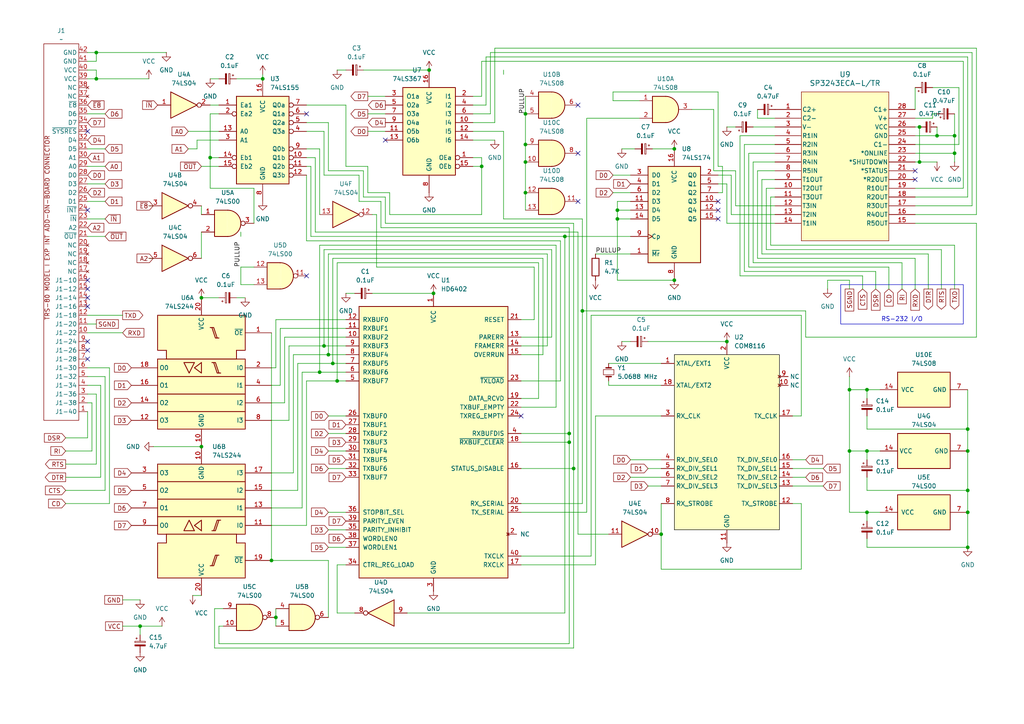
<source format=kicad_sch>
(kicad_sch (version 20250114) (generator "eeschema") (generator_version "9.0")
  (paper "A4")
  (title_block (title "TRS-80 Model I RS-232 Interface") (company "Roger Murley/BYTESHiFT"))
  (lib_symbols
    (symbol "Model1RS232:74LS00" (pin_names (offset 1.016))
      (property "Reference" "U" (at 0 1.27 0))
      (property "Value" "74LS00" (at 0 -1.27 0))
      (symbol "74LS00_1_1"
        (pin input line (at -7.62 2.54 0) (length 3.81) (name "~") (number "1"))
        (pin input line (at -7.62 -2.54 0) (length 3.81) (name "~") (number "2"))
        (pin output inverted (at 7.62 0 180) (length 3.81) (name "~") (number "3"))
      )
      (symbol "74LS00_1_2"
        (pin input inverted (at -7.62 2.54 0) (length 4.318) (name "~") (number "1"))
        (pin input inverted (at -7.62 -2.54 0) (length 4.318) (name "~") (number "2"))
        (pin output line (at 7.62 0 180) (length 3.81) (name "~") (number "3"))
      )
      (symbol "74LS00_2_1"
        (pin input line (at -7.62 2.54 0) (length 3.81) (name "~") (number "4"))
        (pin input line (at -7.62 -2.54 0) (length 3.81) (name "~") (number "5"))
        (pin output inverted (at 7.62 0 180) (length 3.81) (name "~") (number "6"))
      )
      (symbol "74LS00_2_2"
        (pin input inverted (at -7.62 2.54 0) (length 4.318) (name "~") (number "4"))
        (pin input inverted (at -7.62 -2.54 0) (length 4.318) (name "~") (number "5"))
        (pin output line (at 7.62 0 180) (length 3.81) (name "~") (number "6"))
      )
      (symbol "74LS00_3_1"
        (pin input line (at -7.62 2.54 0) (length 3.81) (name "~") (number "9"))
        (pin input line (at -7.62 -2.54 0) (length 3.81) (name "~") (number "10"))
        (pin output inverted (at 7.62 0 180) (length 3.81) (name "~") (number "8"))
      )
      (symbol "74LS00_3_2"
        (pin input inverted (at -7.62 2.54 0) (length 4.318) (name "~") (number "9"))
        (pin input inverted (at -7.62 -2.54 0) (length 4.318) (name "~") (number "10"))
        (pin output line (at 7.62 0 180) (length 3.81) (name "~") (number "8"))
      )
      (symbol "74LS00_4_1"
        (pin input line (at -7.62 2.54 0) (length 3.81) (name "~") (number "12"))
        (pin input line (at -7.62 -2.54 0) (length 3.81) (name "~") (number "13"))
        (pin output inverted (at 7.62 0 180) (length 3.81) (name "~") (number "11"))
      )
      (symbol "74LS00_4_2"
        (pin input inverted (at -7.62 2.54 0) (length 4.318) (name "~") (number "12"))
        (pin input inverted (at -7.62 -2.54 0) (length 4.318) (name "~") (number "13"))
        (pin output line (at 7.62 0 180) (length 3.81) (name "~") (number "11"))
      )
      (symbol "74LS00_5_0"
        (pin power_in line (at 0 12.7 270) (length 5.08) (name "VCC") (number "14"))
        (pin power_in line (at 0 -12.7 90) (length 5.08) (name "GND") (number "7"))
      )
    )
    (symbol "Model1RS232:74LS04"
      (property "Reference" "U" (at 0 1.27 0))
      (property "Value" "74LS04" (at 0 -1.27 0))
      (symbol "74LS04_1_0"
        (pin input line (at -7.62 0 0) (length 3.81) (name "~") (number "1"))
        (pin output inverted (at 7.62 0 180) (length 3.81) (name "~") (number "2"))
      )
      (symbol "74LS04_2_0"
        (pin input line (at -7.62 0 0) (length 3.81) (name "~") (number "3"))
        (pin output inverted (at 7.62 0 180) (length 3.81) (name "~") (number "4"))
      )
      (symbol "74LS04_3_0"
        (pin input line (at -7.62 0 0) (length 3.81) (name "~") (number "5"))
        (pin output inverted (at 7.62 0 180) (length 3.81) (name "~") (number "6"))
      )
      (symbol "74LS04_4_0"
        (pin input line (at -7.62 0 0) (length 3.81) (name "~") (number "9"))
        (pin output inverted (at 7.62 0 180) (length 3.81) (name "~") (number "8"))
      )
      (symbol "74LS04_5_0"
        (pin input line (at -7.62 0 0) (length 3.81) (name "~") (number "11"))
        (pin output inverted (at 7.62 0 180) (length 3.81) (name "~") (number "10"))
      )
      (symbol "74LS04_6_0"
        (pin input line (at -7.62 0 0) (length 3.81) (name "~") (number "13"))
        (pin output inverted (at 7.62 0 180) (length 3.81) (name "~") (number "12"))
      )
      (symbol "74LS04_7_0"
        (pin power_in line (at 0 12.7 270) (length 5.08) (name "VCC") (number "14"))
        (pin power_in line (at 0 -12.7 90) (length 5.08) (name "GND") (number "7"))
      )
    )
    (symbol "Model1RS232:74LS08" (pin_names (offset 1.016))
      (property "Reference" "U" (at 0 1.27 0))
      (property "Value" "74LS08" (at 0 -1.27 0))
      (symbol "74LS08_1_1"
        (pin input line (at -7.62 2.54 0) (length 3.81) (name "~") (number "1"))
        (pin input line (at -7.62 -2.54 0) (length 3.81) (name "~") (number "2"))
        (pin output line (at 7.62 0 180) (length 3.81) (name "~") (number "3"))
      )
      (symbol "74LS08_1_2"
        (pin input inverted (at -7.62 2.54 0) (length 4.318) (name "~") (number "1"))
        (pin input inverted (at -7.62 -2.54 0) (length 4.318) (name "~") (number "2"))
        (pin output inverted (at 7.62 0 180) (length 3.81) (name "~") (number "3"))
      )
      (symbol "74LS08_2_1"
        (pin input line (at -7.62 2.54 0) (length 3.81) (name "~") (number "4"))
        (pin input line (at -7.62 -2.54 0) (length 3.81) (name "~") (number "5"))
        (pin output line (at 7.62 0 180) (length 3.81) (name "~") (number "6"))
      )
      (symbol "74LS08_2_2"
        (pin input inverted (at -7.62 2.54 0) (length 4.318) (name "~") (number "4"))
        (pin input inverted (at -7.62 -2.54 0) (length 4.318) (name "~") (number "5"))
        (pin output inverted (at 7.62 0 180) (length 3.81) (name "~") (number "6"))
      )
      (symbol "74LS08_3_1"
        (pin input line (at -7.62 2.54 0) (length 3.81) (name "~") (number "9"))
        (pin input line (at -7.62 -2.54 0) (length 3.81) (name "~") (number "10"))
        (pin output line (at 7.62 0 180) (length 3.81) (name "~") (number "8"))
      )
      (symbol "74LS08_3_2"
        (pin input inverted (at -7.62 2.54 0) (length 4.318) (name "~") (number "9"))
        (pin input inverted (at -7.62 -2.54 0) (length 4.318) (name "~") (number "10"))
        (pin output inverted (at 7.62 0 180) (length 3.81) (name "~") (number "8"))
      )
      (symbol "74LS08_4_1"
        (pin input line (at -7.62 2.54 0) (length 3.81) (name "~") (number "12"))
        (pin input line (at -7.62 -2.54 0) (length 3.81) (name "~") (number "13"))
        (pin output line (at 7.62 0 180) (length 3.81) (name "~") (number "11"))
      )
      (symbol "74LS08_4_2"
        (pin input inverted (at -7.62 2.54 0) (length 4.318) (name "~") (number "12"))
        (pin input inverted (at -7.62 -2.54 0) (length 4.318) (name "~") (number "13"))
        (pin output inverted (at 7.62 0 180) (length 3.81) (name "~") (number "11"))
      )
      (symbol "74LS08_5_0"
        (pin power_in line (at 0 12.7 270) (length 5.08) (name "VCC") (number "14"))
        (pin power_in line (at 0 -12.7 90) (length 5.08) (name "GND") (number "7"))
      )
    )
    (symbol "Model1RS232:74LS155" (pin_names (offset 1.016))
      (property "Reference" "U" (at -7.62 13.97 0))
      (property "Value" "74LS155" (at -7.62 -13.97 0))
      (symbol "74LS155_1_0"
        (pin input line (at -12.7 10.16 0) (length 5.08) (name "Ea1") (number "1"))
        (pin input inverted (at -12.7 7.62 0) (length 5.08) (name "Ea2") (number "2"))
        (pin input line (at -12.7 2.54 0) (length 5.08) (name "A0") (number "13"))
        (pin input line (at -12.7 0 0) (length 5.08) (name "A1") (number "3"))
        (pin input inverted (at -12.7 -5.08 0) (length 5.08) (name "Eb1") (number "14"))
        (pin input inverted (at -12.7 -7.62 0) (length 5.08) (name "Eb2") (number "15"))
        (pin power_in line (at 0 17.78 270) (length 5.08) (name "VCC") (number "16"))
        (pin power_in line (at 0 -17.78 90) (length 5.08) (name "GND") (number "8"))
        (pin output inverted (at 12.7 10.16 180) (length 5.08) (name "Q0a") (number "7"))
        (pin output inverted (at 12.7 7.62 180) (length 5.08) (name "Q1a") (number "6"))
        (pin output inverted (at 12.7 5.08 180) (length 5.08) (name "Q2a") (number "5"))
        (pin output inverted (at 12.7 2.54 180) (length 5.08) (name "Q3a") (number "4"))
        (pin output inverted (at 12.7 -2.54 180) (length 5.08) (name "Q0b") (number "9"))
        (pin output inverted (at 12.7 -5.08 180) (length 5.08) (name "Q1b") (number "10"))
        (pin output inverted (at 12.7 -7.62 180) (length 5.08) (name "Q2b") (number "11"))
        (pin output inverted (at 12.7 -10.16 180) (length 5.08) (name "Q3b") (number "12"))
      )
    )
    (symbol "Model1RS232:74LS174" (pin_names (offset 1.016))
      (property "Reference" "U" (at -7.62 13.97 0))
      (property "Value" "74LS174" (at -7.62 -16.51 0))
      (symbol "74LS174_1_0"
        (pin input line (at -12.7 10.16 0) (length 5.08) (name "D0") (number "3"))
        (pin input line (at -12.7 7.62 0) (length 5.08) (name "D1") (number "4"))
        (pin input line (at -12.7 5.08 0) (length 5.08) (name "D2") (number "6"))
        (pin input line (at -12.7 2.54 0) (length 5.08) (name "D3") (number "11"))
        (pin input line (at -12.7 0 0) (length 5.08) (name "D4") (number "13"))
        (pin input line (at -12.7 -2.54 0) (length 5.08) (name "D5") (number "14"))
        (pin input clock (at -12.7 -7.62 0) (length 5.08) (name "Cp") (number "9"))
        (pin input line (at -12.7 -12.7 0) (length 5.08) (name "~{Mr}") (number "1"))
        (pin power_in line (at 0 17.78 270) (length 5.08) (name "VCC") (number "16"))
        (pin power_in line (at 0 -20.32 90) (length 5.08) (name "GND") (number "8"))
        (pin output line (at 12.7 10.16 180) (length 5.08) (name "Q0") (number "2"))
        (pin output line (at 12.7 7.62 180) (length 5.08) (name "Q1") (number "5"))
        (pin output line (at 12.7 5.08 180) (length 5.08) (name "Q2") (number "7"))
        (pin output line (at 12.7 2.54 180) (length 5.08) (name "Q3") (number "10"))
        (pin output line (at 12.7 0 180) (length 5.08) (name "Q4") (number "12"))
        (pin output line (at 12.7 -2.54 180) (length 5.08) (name "Q5") (number "15"))
      )
    )
    (symbol "Model1RS232:74LS244"
      (property "Reference" "U" (at 17.78 20.32 0))
      (property "Value" "74LS244" (at 12.7 -15.24 0))
      (symbol "74LS244_0_0"
        (pin power_in line (at 0 25.4 270) (length 5.08) (name "VCC") (number "20"))
        (pin power_in line (at 0 -17.78 90) (length 5.08) (name "GND") (number "10"))
      )
      (symbol "74LS244_1_1"
        (pin input line (at -20.32 15.24 0) (length 7.62) (name "~{OE}") (number "1"))
        (pin input line (at -20.32 5.08 0) (length 7.62) (name "I0") (number "2"))
        (pin input line (at -20.32 0 0) (length 7.62) (name "I1") (number "4"))
        (pin input line (at -20.32 -5.08 0) (length 7.62) (name "I2") (number "6"))
        (pin input line (at -20.32 -10.16 0) (length 7.62) (name "I3") (number "8"))
        (pin tri_state line (at 20.32 5.08 180) (length 7.62) (name "O0") (number "18"))
        (pin tri_state line (at 20.32 0 180) (length 7.62) (name "O1") (number "16"))
        (pin tri_state line (at 20.32 -5.08 180) (length 7.62) (name "O2") (number "14"))
        (pin tri_state line (at 20.32 -10.16 180) (length 7.62) (name "O3") (number "12"))
      )
      (symbol "74LS244_2_1"
        (pin input line (at -20.32 15.24 0) (length 7.62) (name "~{OE}") (number "19"))
        (pin input line (at -20.32 5.08 0) (length 7.62) (name "I0") (number "11"))
        (pin input line (at -20.32 0 0) (length 7.62) (name "I1") (number "13"))
        (pin input line (at -20.32 -5.08 0) (length 7.62) (name "I2") (number "15"))
        (pin input line (at -20.32 -10.16 0) (length 7.62) (name "I3") (number "17"))
        (pin tri_state line (at 20.32 5.08 180) (length 7.62) (name "O0") (number "9"))
        (pin tri_state line (at 20.32 0 180) (length 7.62) (name "O1") (number "7"))
        (pin tri_state line (at 20.32 -5.08 180) (length 7.62) (name "O2") (number "5"))
        (pin tri_state line (at 20.32 -10.16 180) (length 7.62) (name "O3") (number "3"))
      )
    )
    (symbol "Model1RS232:74LS367" (pin_names (offset 1.016))
      (property "Reference" "U" (at -7.62 13.97 0))
      (property "Value" "74LS367" (at -7.62 -13.97 0))
      (symbol "74LS367_1_0"
        (pin input line (at -12.7 10.16 0) (length 5.08) (name "I1") (number "2"))
        (pin input line (at -12.7 7.62 0) (length 5.08) (name "I2") (number "4"))
        (pin input line (at -12.7 5.08 0) (length 5.08) (name "I3") (number "6"))
        (pin input line (at -12.7 2.54 0) (length 5.08) (name "I4") (number "10"))
        (pin input line (at -12.7 0 0) (length 5.08) (name "I5") (number "12"))
        (pin input line (at -12.7 -2.54 0) (length 5.08) (name "I6") (number "14"))
        (pin input inverted (at -12.7 -7.62 0) (length 5.08) (name "OEa") (number "1"))
        (pin input inverted (at -12.7 -10.16 0) (length 5.08) (name "OEb") (number "15"))
        (pin power_in line (at 0 17.78 270) (length 5.08) (name "VCC") (number "16"))
        (pin power_in line (at 0 -17.78 90) (length 5.08) (name "GND") (number "8"))
        (pin tri_state line (at 12.7 10.16 180) (length 5.08) (name "O1a") (number "3"))
        (pin tri_state line (at 12.7 7.62 180) (length 5.08) (name "O2a") (number "5"))
        (pin tri_state line (at 12.7 5.08 180) (length 5.08) (name "O3a") (number "7"))
        (pin tri_state line (at 12.7 2.54 180) (length 5.08) (name "O4a") (number "9"))
        (pin tri_state line (at 12.7 0 180) (length 5.08) (name "O5b") (number "11"))
        (pin tri_state line (at 12.7 -2.54 180) (length 5.08) (name "O6b") (number "13"))
      )
    )
    (symbol "Model1RS232:COM8116"
      (property "Reference" "U" (at 0 16.002 0))
      (property "Value" "COM8116" (at 0 0 0))
      (symbol "COM8116_1_1"
        (pin passive line (at -19.05 22.86 0) (length 3.81) (name "XTAL/EXT1") (number "1"))
        (pin passive line (at -19.05 16.51 0) (length 3.81) (name "XTAL/EXT2") (number "18"))
        (pin output line (at -19.05 7.62 0) (length 3.81) (name "RX_CLK") (number "3"))
        (pin input line (at -19.05 -5.08 0) (length 3.81) (name "RX_DIV_SEL0") (number "4"))
        (pin input line (at -19.05 -7.62 0) (length 3.81) (name "RX_DIV_SEL1") (number "5"))
        (pin input line (at -19.05 -10.16 0) (length 3.81) (name "RX_DIV_SEL2") (number "6"))
        (pin input line (at -19.05 -12.7 0) (length 3.81) (name "RX_DIV_SEL3") (number "7"))
        (pin input line (at -19.05 -17.78 0) (length 3.81) (name "RX_STROBE") (number "8"))
        (pin power_in line (at 0 29.21 270) (length 3.81) (name "VCC") (number "2"))
        (pin power_in line (at 0 -29.21 90) (length 3.81) (name "GND") (number "11"))
        (pin no_connect line (at 15.24 19.05 0) (length 2.54) (name "NC") (number "9"))
        (pin no_connect line (at 15.24 16.51 0) (length 2.54) (name "NC") (number "10"))
        (pin output line (at 19.05 7.62 180) (length 3.81) (name "TX_CLK") (number "17"))
        (pin input line (at 19.05 -5.08 180) (length 3.81) (name "TX_DIV_SEL0") (number "16"))
        (pin input line (at 19.05 -7.62 180) (length 3.81) (name "TX_DIV_SEL1") (number "15"))
        (pin input line (at 19.05 -10.16 180) (length 3.81) (name "TX_DIV_SEL2") (number "14"))
        (pin input line (at 19.05 -12.7 180) (length 3.81) (name "TX_DIV_SEL3") (number "13"))
        (pin input line (at 19.05 -17.78 180) (length 3.81) (name "TX_STROBE") (number "12"))
      )
    )
    (symbol "Model1RS232:C_Polarized_Small" (pin_numbers (hide yes)) (pin_names (offset 0.254) (hide yes))
      (property "Reference" "C" (at 0.254 1.778 0))
      (property "Value" "C_Polarized_Small" (at 0.254 -2.032 0))
      (symbol "C_Polarized_Small_1_1"
        (pin passive line (at 0 2.54 270) (length 1.8542) (name "~") (number "1"))
        (pin passive line (at 0 -2.54 90) (length 1.8542) (name "~") (number "2"))
      )
    )
    (symbol "Model1RS232:Crystal_Small" (pin_numbers (hide yes)) (pin_names (offset 1.016) (hide yes))
      (property "Reference" "Y" (at 0 2.54 0))
      (property "Value" "Crystal_Small" (at 0 -2.54 0))
      (symbol "Crystal_Small_1_1"
        (pin passive line (at -2.54 0 0) (length 1.27) (name "1") (number "1"))
        (pin passive line (at 2.54 0 180) (length 1.27) (name "2") (number "2"))
      )
    )
    (symbol "Model1RS232:HD6402" (pin_names (offset 1.016))
      (property "Reference" "U" (at 0 29.464 0))
      (property "Value" "HD6402" (at -0.254 25.146 0))
      (property "Description" "HD6402, UART, PDIP-40" (at -0.508 -12.954 0))
      (symbol "HD6402_1_1"
        (pin tri_state line (at -25.4 35.56 0) (length 3.81) (name "RXBUF0") (number "12"))
        (pin tri_state line (at -25.4 33.02 0) (length 3.81) (name "RXBUF1") (number "11"))
        (pin tri_state line (at -25.4 30.48 0) (length 3.81) (name "RXBUF2") (number "10"))
        (pin tri_state line (at -25.4 27.94 0) (length 3.81) (name "RXBUF3") (number "9"))
        (pin tri_state line (at -25.4 25.4 0) (length 3.81) (name "RXBUF4") (number "8"))
        (pin tri_state line (at -25.4 22.86 0) (length 3.81) (name "RXBUF5") (number "7"))
        (pin tri_state line (at -25.4 20.32 0) (length 3.81) (name "RXBUF6") (number "6"))
        (pin tri_state line (at -25.4 17.78 0) (length 3.81) (name "RXBUF7") (number "5"))
        (pin input line (at -25.4 7.62 0) (length 3.81) (name "TXBUF0") (number "26"))
        (pin input line (at -25.4 5.08 0) (length 3.81) (name "TXBUF1") (number "27"))
        (pin input line (at -25.4 2.54 0) (length 3.81) (name "TXBUF2") (number "28"))
        (pin input line (at -25.4 0 0) (length 3.81) (name "TXBUF3") (number "29"))
        (pin input line (at -25.4 -2.54 0) (length 3.81) (name "TXBUF4") (number "30"))
        (pin input line (at -25.4 -5.08 0) (length 3.81) (name "TXBUF5") (number "31"))
        (pin input line (at -25.4 -7.62 0) (length 3.81) (name "TXBUF6") (number "32"))
        (pin input line (at -25.4 -10.16 0) (length 3.81) (name "TXBUF7") (number "33"))
        (pin input line (at -25.4 -20.32 0) (length 3.81) (name "STOPBIT_SEL") (number "36"))
        (pin input line (at -25.4 -22.86 0) (length 3.81) (name "PARITY_EVEN") (number "39"))
        (pin input line (at -25.4 -25.4 0) (length 3.81) (name "PARITY_INHIBIT") (number "35"))
        (pin input line (at -25.4 -27.94 0) (length 3.81) (name "WORDLEN0") (number "38"))
        (pin input line (at -25.4 -30.48 0) (length 3.81) (name "WORDLEN1") (number "37"))
        (pin input line (at -25.4 -35.56 0) (length 3.81) (name "CTRL_REG_LOAD") (number "34"))
        (pin power_in line (at 0 43.18 270) (length 3.81) (name "VCC") (number "1"))
        (pin power_in line (at 0 -43.18 90) (length 3.81) (name "GND") (number "3"))
        (pin no_connect line (at 21.59 -26.67 0) (length 2.54) (name "NC") (number "2"))
        (pin input line (at 25.4 35.56 180) (length 3.81) (name "RESET") (number "21"))
        (pin tri_state line (at 25.4 30.48 180) (length 3.81) (name "PARERR") (number "13"))
        (pin tri_state line (at 25.4 27.94 180) (length 3.81) (name "FRAMERR") (number "14"))
        (pin tri_state line (at 25.4 25.4 180) (length 3.81) (name "OVERRUN") (number "15"))
        (pin input line (at 25.4 17.78 180) (length 3.81) (name "~{TXLOAD}") (number "23"))
        (pin tri_state line (at 25.4 12.7 180) (length 3.81) (name "DATA_RCVD") (number "19"))
        (pin tri_state line (at 25.4 10.16 180) (length 3.81) (name "TXBUF_EMPTY") (number "22"))
        (pin output line (at 25.4 7.62 180) (length 3.81) (name "TXREG_EMPTY") (number "24"))
        (pin input line (at 25.4 2.54 180) (length 3.81) (name "RXBUFDIS") (number "4"))
        (pin input line (at 25.4 0 180) (length 3.81) (name "~{RXBUF_CLEAR}") (number "18"))
        (pin input line (at 25.4 -7.62 180) (length 3.81) (name "STATUS_DISABLE") (number "16"))
        (pin input line (at 25.4 -17.78 180) (length 3.81) (name "RX_SERIAL") (number "20"))
        (pin output line (at 25.4 -20.32 180) (length 3.81) (name "TX_SERIAL") (number "25"))
        (pin input line (at 25.4 -33.02 180) (length 3.81) (name "TXCLK") (number "40"))
        (pin input line (at 25.4 -35.56 180) (length 3.81) (name "RXCLK") (number "17"))
      )
    )
    (symbol "Model1RS232:R" (pin_numbers (hide yes)) (pin_names (offset 0))
      (property "Reference" "R" (at 2.032 0 90))
      (property "Value" "R" (at 0 0 90))
      (symbol "R_1_1"
        (pin passive line (at 0 3.81 270) (length 1.27) (name "~") (number "1"))
        (pin passive line (at 0 -3.81 90) (length 1.27) (name "~") (number "2"))
      )
    )
    (symbol "Model1RS232:SP3243ECA-L_TR" (pin_names (offset 0.254))
      (property "Reference" "U" (at 25.4 2.794 0))
      (property "Value" "SP3243ECA-L/TR" (at 25.654 -36.576 0))
      (symbol "SP3243ECA-L_TR_0_1"
        (pin unspecified line (at 5.08 0 0) (length 7.62) (name "C2+") (number "1"))
        (pin unspecified line (at 5.08 -2.54 0) (length 7.62) (name "C2-") (number "2"))
        (pin power_in line (at 5.08 -5.08 0) (length 7.62) (name "V-") (number "3"))
        (pin input line (at 5.08 -7.62 0) (length 7.62) (name "R1IN") (number "4"))
        (pin input line (at 5.08 -10.16 0) (length 7.62) (name "R2IN") (number "5"))
        (pin input line (at 5.08 -12.7 0) (length 7.62) (name "R3IN") (number "6"))
        (pin input line (at 5.08 -15.24 0) (length 7.62) (name "R4IN") (number "7"))
        (pin input line (at 5.08 -17.78 0) (length 7.62) (name "R5IN") (number "8"))
        (pin output line (at 5.08 -20.32 0) (length 7.62) (name "T1OUT") (number "9"))
        (pin output line (at 5.08 -22.86 0) (length 7.62) (name "T2OUT") (number "10"))
        (pin output line (at 5.08 -25.4 0) (length 7.62) (name "T3OUT") (number "11"))
        (pin input line (at 5.08 -27.94 0) (length 7.62) (name "T3IN") (number "12"))
        (pin input line (at 5.08 -30.48 0) (length 7.62) (name "T2IN") (number "13"))
        (pin input line (at 5.08 -33.02 0) (length 7.62) (name "T1IN") (number "14"))
        (pin unspecified line (at 45.72 0 180) (length 7.62) (name "C1+") (number "28"))
        (pin power_in line (at 45.72 -2.54 180) (length 7.62) (name "V+") (number "27"))
        (pin power_in line (at 45.72 -5.08 180) (length 7.62) (name "VCC") (number "26"))
        (pin power_out line (at 45.72 -7.62 180) (length 7.62) (name "GND") (number "25"))
        (pin unspecified line (at 45.72 -10.16 180) (length 7.62) (name "C1-") (number "24"))
        (pin unspecified line (at 45.72 -12.7 180) (length 7.62) (name "*ONLINE") (number "23"))
        (pin unspecified line (at 45.72 -15.24 180) (length 7.62) (name "*SHUTDOWN") (number "22"))
        (pin output line (at 45.72 -17.78 180) (length 7.62) (name "*STATUS") (number "21"))
        (pin output line (at 45.72 -20.32 180) (length 7.62) (name "*R2OUT") (number "20"))
        (pin output line (at 45.72 -22.86 180) (length 7.62) (name "R1OUT") (number "19"))
        (pin output line (at 45.72 -25.4 180) (length 7.62) (name "R2OUT") (number "18"))
        (pin output line (at 45.72 -27.94 180) (length 7.62) (name "R3OUT") (number "17"))
        (pin output line (at 45.72 -30.48 180) (length 7.62) (name "R4OUT") (number "16"))
        (pin output line (at 45.72 -33.02 180) (length 7.62) (name "R5OUT") (number "15"))
      )
    )
    (symbol "Model1RS232:TRS-80 M1 EI_ADDON_42P_CONN"
      (property "Reference" "J" (at 102.87 2.54 0))
      (symbol "TRS-80 M1 EI_ADDON_42P_CONN_0_0"
        (pin power_in line (at -1.27 2.54 270) (length 2.54) (name "GND") (number "42"))
        (pin power_in line (at 1.27 2.54 270) (length 2.54) (name "GND") (number "41"))
        (pin power_out line (at 3.81 2.54 270) (length 2.54) (name "VCC") (number "40"))
        (pin power_out line (at 6.35 2.54 270) (length 2.54) (name "VCC") (number "39"))
        (pin no_connect line (at 8.89 2.54 270) (length 2.54) (name "NC") (number "38"))
        (pin no_connect line (at 11.43 2.54 270) (length 2.54) (name "NC") (number "37"))
        (pin output line (at 13.97 2.54 270) (length 2.54) (name "~{E8}") (number "36"))
        (pin tri_state line (at 16.51 2.54 270) (length 2.54) (name "D6") (number "35"))
        (pin tri_state line (at 19.05 2.54 270) (length 2.54) (name "D7") (number "34"))
        (pin output line (at 21.59 2.54 270) (length 2.54) (name "~{SYSRES}") (number "33"))
        (pin tri_state line (at 24.13 2.54 270) (length 2.54) (name "D4") (number "32"))
        (pin tri_state line (at 26.67 2.54 270) (length 2.54) (name "D5") (number "31"))
        (pin output line (at 29.21 2.54 270) (length 2.54) (name "A1") (number "30"))
        (pin output line (at 31.75 2.54 270) (length 2.54) (name "A0") (number "29"))
        (pin tri_state line (at 34.29 2.54 270) (length 2.54) (name "D0") (number "28"))
        (pin tri_state line (at 36.83 2.54 270) (length 2.54) (name "D3") (number "27"))
        (pin tri_state line (at 39.37 2.54 270) (length 2.54) (name "D2") (number "26"))
        (pin tri_state line (at 41.91 2.54 270) (length 2.54) (name "D1") (number "25"))
        (pin input line (at 44.45 2.54 270) (length 2.54) (name "~{INT}") (number "24"))
        (pin output line (at 46.99 2.54 270) (length 2.54) (name "~{IN}") (number "23"))
        (pin output line (at 49.53 2.54 270) (length 2.54) (name "A2") (number "22"))
        (pin output line (at 52.07 2.54 270) (length 2.54) (name "~{OUT}") (number "21"))
        (pin no_connect line (at 54.61 2.54 270) (length 2.54) (name "NC") (number "20"))
        (pin no_connect line (at 57.15 2.54 270) (length 2.54) (name "NC") (number "19"))
        (pin no_connect line (at 59.69 2.54 270) (length 2.54) (name "NC") (number "18"))
        (pin no_connect line (at 62.23 2.54 270) (length 2.54) (name "NC") (number "17"))
        (pin unspecified line (at 64.77 2.54 270) (length 2.54) (name "J1-10") (number "16"))
        (pin unspecified line (at 67.31 2.54 270) (length 2.54) (name "J1-12") (number "15"))
        (pin unspecified line (at 69.85 2.54 270) (length 2.54) (name "J1-14") (number "14"))
        (pin unspecified line (at 72.39 2.54 270) (length 2.54) (name "J1-16") (number "13"))
        (pin unspecified line (at 74.93 2.54 270) (length 2.54) (name "J1-18") (number "12"))
        (pin unspecified line (at 77.47 2.54 270) (length 2.54) (name "J1-20") (number "11"))
        (pin unspecified line (at 80.01 2.54 270) (length 2.54) (name "J1-22") (number "10"))
        (pin unspecified line (at 82.55 2.54 270) (length 2.54) (name "J1-24") (number "9"))
        (pin unspecified line (at 85.09 2.54 270) (length 2.54) (name "J1-26") (number "8"))
        (pin unspecified line (at 87.63 2.54 270) (length 2.54) (name "J1-28") (number "7"))
        (pin unspecified line (at 90.17 2.54 270) (length 2.54) (name "J1-30") (number "6"))
        (pin unspecified line (at 92.71 2.54 270) (length 2.54) (name "J1-32") (number "5"))
        (pin unspecified line (at 95.25 2.54 270) (length 2.54) (name "J1-34") (number "4"))
        (pin unspecified line (at 97.79 2.54 270) (length 2.54) (name "J1-36") (number "3"))
        (pin unspecified line (at 100.33 2.54 270) (length 2.54) (name "J1-38") (number "2"))
        (pin unspecified line (at 102.87 2.54 270) (length 2.54) (name "J1-40") (number "1"))
      )
      (symbol "TRS-80 M1 EI_ADDON_42P_CONN_1_1"
        (text "TRS-80 MODEL I EXP INT ADD-ON-BOARD CONNECTOR" (at 49.53 -9.144 0) (effects (font (size 1.27 1.27))))
      )
    )
    (symbol "power:GND" (power) (pin_numbers (hide yes)) (pin_names (offset 0) (hide yes))
      (property "Value" "GND" (at 0 -3.81 0))
      (symbol "GND_1_1"
        (pin power_in line (at 0 0 270) (length 0) (name "~") (number "1"))
      )
    )
    (symbol "power:VCC" (power) (pin_numbers (hide yes)) (pin_names (offset 0) (hide yes))
      (property "Value" "VCC" (at 0 3.556 0))
      (symbol "VCC_1_1"
        (pin power_in line (at 0 0 90) (length 0) (name "~") (number "1"))
      )
    )
  )
  (rectangle (start 243.84 82.55) (end 279.4 93.98))
  (text "RS-232 I/O" (at 261.62 92.71 0) (effects (font (size 1.27 1.27))))
  (junction (at 195.58 81.28))
  (junction (at 280.67 148.59))
  (junction (at 179.07 63.5))
  (junction (at 78.74 162.56))
  (junction (at 266.7 36.83))
  (junction (at 179.07 60.96))
  (junction (at 152.4 55.88))
  (junction (at 210.82 99.06))
  (junction (at 251.46 148.59))
  (junction (at 168.91 90.17))
  (junction (at 165.1 125.73))
  (junction (at 124.46 20.32))
  (junction (at 246.38 113.03))
  (junction (at 280.67 158.75))
  (junction (at 276.86 39.37))
  (junction (at 276.86 44.45))
  (junction (at 280.67 124.46))
  (junction (at 80.01 179.07))
  (junction (at 195.58 43.18))
  (junction (at 191.77 154.94))
  (junction (at 60.96 45.72))
  (junction (at 58.42 86.36))
  (junction (at 280.67 130.81))
  (junction (at 95.25 102.87))
  (junction (at 139.7 48.26))
  (junction (at 152.4 46.99))
  (junction (at 125.73 85.09))
  (junction (at 27.94 15.24))
  (junction (at 165.1 128.27))
  (junction (at 40.64 181.61))
  (junction (at 76.2 22.86))
  (junction (at 166.37 135.89))
  (junction (at 280.67 142.24))
  (junction (at 58.42 129.54))
  (junction (at 152.4 33.02))
  (junction (at 96.52 105.41))
  (junction (at 251.46 113.03))
  (junction (at 266.7 46.99))
  (junction (at 163.83 68.58))
  (junction (at 93.98 100.33))
  (junction (at 251.46 130.81))
  (junction (at 271.78 39.37))
  (junction (at 152.4 41.91))
  (junction (at 246.38 130.81))
  (junction (at 27.94 22.86))
  (junction (at 92.71 107.95))
  (junction (at 97.79 110.49))
  (no_connect (at 208.28 60.96))
  (no_connect (at 265.43 52.07))
  (no_connect (at 111.76 40.64))
  (no_connect (at 25.4 83.82))
  (no_connect (at 25.4 86.36))
  (no_connect (at 25.4 38.1))
  (no_connect (at 208.28 63.5))
  (no_connect (at 25.4 99.06))
  (no_connect (at 167.64 44.45))
  (no_connect (at 25.4 60.96))
  (no_connect (at 25.4 104.14))
  (no_connect (at 25.4 81.28))
  (no_connect (at 88.9 80.01))
  (no_connect (at 25.4 101.6))
  (no_connect (at 25.4 88.9))
  (no_connect (at 151.13 120.65))
  (no_connect (at 167.64 30.48))
  (no_connect (at 265.43 49.53))
  (no_connect (at 88.9 33.02))
  (no_connect (at 167.64 58.42))
  (no_connect (at 208.28 58.42))
  (wire (pts (xy 189.23 43.18) (xy 195.58 43.18)))
  (wire (pts (xy 100.33 85.09) (xy 102.87 85.09)))
  (wire (pts (xy 57.15 40.64) (xy 63.5 40.64)))
  (wire (pts (xy 219.71 49.53) (xy 219.71 74.93)))
  (wire (pts (xy 224.79 57.15) (xy 223.52 57.15)))
  (wire (pts (xy 182.88 133.35) (xy 191.77 133.35)))
  (wire (pts (xy 78.74 96.52) (xy 78.74 162.56)))
  (wire (pts (xy 35.56 181.61) (xy 40.64 181.61)))
  (wire (pts (xy 232.41 165.1) (xy 232.41 146.05)))
  (wire (pts (xy 218.44 76.2) (xy 218.44 46.99)))
  (wire (pts (xy 280.67 130.81) (xy 280.67 142.24)))
  (wire (pts (xy 208.28 48.26) (xy 208.28 26.67)))
  (wire (pts (xy 88.9 110.49) (xy 97.79 110.49)))
  (wire (pts (xy 96.52 74.93) (xy 157.48 74.93)))
  (wire (pts (xy 168.91 63.5) (xy 168.91 90.17)))
  (wire (pts (xy 95.25 135.89) (xy 100.33 135.89)))
  (wire (pts (xy 111.76 57.15) (xy 111.76 64.77)))
  (wire (pts (xy 157.48 74.93) (xy 157.48 102.87)))
  (wire (pts (xy 111.76 64.77) (xy 166.37 64.77)))
  (wire (pts (xy 276.86 33.02) (xy 276.86 39.37)))
  (wire (pts (xy 95.25 148.59) (xy 100.33 148.59)))
  (wire (pts (xy 214.63 80.01) (xy 250.19 80.01)))
  (wire (pts (xy 218.44 36.83) (xy 224.79 36.83)))
  (wire (pts (xy 100.33 48.26) (xy 106.68 48.26)))
  (wire (pts (xy 271.78 39.37) (xy 276.86 39.37)))
  (wire (pts (xy 106.68 38.1) (xy 111.76 38.1)))
  (wire (pts (xy 251.46 130.81) (xy 251.46 133.35)))
  (wire (pts (xy 27.94 20.32) (xy 27.94 22.86)))
  (wire (pts (xy 281.94 59.69) (xy 281.94 15.24)))
  (wire (pts (xy 91.44 45.72) (xy 91.44 67.31)))
  (wire (pts (xy 270.51 33.02) (xy 271.78 33.02)))
  (wire (pts (xy 58.42 172.72) (xy 55.88 172.72)))
  (wire (pts (xy 182.88 138.43) (xy 191.77 138.43)))
  (wire (pts (xy 229.87 138.43) (xy 233.68 138.43)))
  (wire (pts (xy 69.85 82.55) (xy 73.66 82.55)))
  (wire (pts (xy 257.81 77.47) (xy 257.81 83.82)))
  (wire (pts (xy 232.41 91.44) (xy 232.41 120.65)))
  (wire (pts (xy 62.23 187.96) (xy 166.37 187.96)))
  (wire (pts (xy 167.64 67.31) (xy 167.64 154.94)))
  (wire (pts (xy 69.85 77.47) (xy 69.85 82.55)))
  (wire (pts (xy 151.13 125.73) (xy 165.1 125.73)))
  (wire (pts (xy 80.01 181.61) (xy 80.01 179.07)))
  (wire (pts (xy 251.46 113.03) (xy 251.46 115.57)))
  (wire (pts (xy 151.13 148.59) (xy 170.18 148.59)))
  (wire (pts (xy 137.16 27.94) (xy 139.7 27.94)))
  (wire (pts (xy 29.21 138.43) (xy 19.05 138.43)))
  (wire (pts (xy 269.24 73.66) (xy 269.24 83.82)))
  (wire (pts (xy 229.87 140.97) (xy 238.76 140.97)))
  (wire (pts (xy 19.05 130.81) (xy 26.67 130.81)))
  (wire (pts (xy 58.42 48.26) (xy 63.5 48.26)))
  (wire (pts (xy 251.46 120.65) (xy 251.46 124.46)))
  (wire (pts (xy 276.86 71.12) (xy 276.86 83.82)))
  (wire (pts (xy 166.37 135.89) (xy 166.37 187.96)))
  (wire (pts (xy 95.25 73.66) (xy 158.75 73.66)))
  (wire (pts (xy 92.71 71.12) (xy 161.29 71.12)))
  (wire (pts (xy 232.41 146.05) (xy 229.87 146.05)))
  (wire (pts (xy 105.41 57.15) (xy 111.76 57.15)))
  (wire (pts (xy 30.48 142.24) (xy 19.05 142.24)))
  (wire (pts (xy 279.4 17.78) (xy 139.7 17.78)))
  (wire (pts (xy 80.01 179.07) (xy 80.01 176.53)))
  (wire (pts (xy 265.43 62.23) (xy 283.21 62.23)))
  (wire (pts (xy 80.01 92.71) (xy 100.33 92.71)))
  (wire (pts (xy 217.17 44.45) (xy 217.17 77.47)))
  (wire (pts (xy 78.74 121.92) (xy 83.82 121.92)))
  (wire (pts (xy 81.28 95.25) (xy 100.33 95.25)))
  (wire (pts (xy 165.1 66.04) (xy 165.1 125.73)))
  (wire (pts (xy 219.71 31.75) (xy 219.71 34.29)))
  (wire (pts (xy 168.91 90.17) (xy 233.68 90.17)))
  (wire (pts (xy 44.45 129.54) (xy 58.42 129.54)))
  (wire (pts (xy 246.38 130.81) (xy 246.38 148.59)))
  (wire (pts (xy 281.94 15.24) (xy 142.24 15.24)))
  (wire (pts (xy 151.13 110.49) (xy 162.56 110.49)))
  (wire (pts (xy 246.38 113.03) (xy 251.46 113.03)))
  (wire (pts (xy 85.09 102.87) (xy 95.25 102.87)))
  (wire (pts (xy 222.25 72.39) (xy 273.05 72.39)))
  (wire (pts (xy 96.52 105.41) (xy 100.33 105.41)))
  (wire (pts (xy 233.68 97.79) (xy 233.68 90.17)))
  (wire (pts (xy 88.9 48.26) (xy 90.17 48.26)))
  (wire (pts (xy 27.94 134.62) (xy 27.94 114.3)))
  (wire (pts (xy 278.13 25.4) (xy 278.13 41.91)))
  (wire (pts (xy 25.4 43.18) (xy 30.48 43.18)))
  (wire (pts (xy 25.4 15.24) (xy 27.94 15.24)))
  (wire (pts (xy 40.64 181.61) (xy 40.64 184.15)))
  (wire (pts (xy 27.94 15.24) (xy 48.26 15.24)))
  (wire (pts (xy 60.96 45.72) (xy 60.96 54.61)))
  (wire (pts (xy 208.28 53.34) (xy 210.82 53.34)))
  (wire (pts (xy 64.77 176.53) (xy 62.23 176.53)))
  (wire (pts (xy 179.07 58.42) (xy 179.07 60.96)))
  (wire (pts (xy 215.9 41.91) (xy 224.79 41.91)))
  (wire (pts (xy 88.9 38.1) (xy 93.98 38.1)))
  (wire (pts (xy 30.48 109.22) (xy 30.48 142.24)))
  (wire (pts (xy 151.13 135.89) (xy 166.37 135.89)))
  (wire (pts (xy 229.87 133.35) (xy 233.68 133.35)))
  (wire (pts (xy 266.7 36.83) (xy 266.7 46.99)))
  (wire (pts (xy 265.43 44.45) (xy 276.86 44.45)))
  (wire (pts (xy 87.63 107.95) (xy 87.63 147.32)))
  (wire (pts (xy 25.4 106.68) (xy 31.75 106.68)))
  (wire (pts (xy 280.67 113.03) (xy 280.67 124.46)))
  (wire (pts (xy 95.25 125.73) (xy 100.33 125.73)))
  (wire (pts (xy 273.05 72.39) (xy 273.05 83.82)))
  (wire (pts (xy 160.02 72.39) (xy 160.02 97.79)))
  (wire (pts (xy 171.45 91.44) (xy 232.41 91.44)))
  (wire (pts (xy 69.85 67.31) (xy 69.85 68.58)))
  (wire (pts (xy 88.9 30.48) (xy 100.33 30.48)))
  (wire (pts (xy 232.41 165.1) (xy 191.77 165.1)))
  (wire (pts (xy 110.49 58.42) (xy 104.14 58.42)))
  (wire (pts (xy 265.43 54.61) (xy 279.4 54.61)))
  (wire (pts (xy 143.51 13.97) (xy 143.51 35.56)))
  (wire (pts (xy 152.4 55.88) (xy 152.4 60.96)))
  (wire (pts (xy 57.15 43.18) (xy 54.61 43.18)))
  (wire (pts (xy 168.91 90.17) (xy 168.91 146.05)))
  (wire (pts (xy 63.5 181.61) (xy 63.5 186.69)))
  (wire (pts (xy 276.86 46.99) (xy 276.86 44.45)))
  (wire (pts (xy 213.36 49.53) (xy 207.01 49.53)))
  (wire (pts (xy 78.74 116.84) (xy 82.55 116.84)))
  (wire (pts (xy 92.71 43.18) (xy 92.71 62.23)))
  (wire (pts (xy 97.79 110.49) (xy 100.33 110.49)))
  (wire (pts (xy 106.68 48.26) (xy 106.68 55.88)))
  (wire (pts (xy 163.83 68.58) (xy 163.83 177.8)))
  (wire (pts (xy 224.79 49.53) (xy 219.71 49.53)))
  (wire (pts (xy 254 78.74) (xy 215.9 78.74)))
  (wire (pts (xy 224.79 59.69) (xy 213.36 59.69)))
  (wire (pts (xy 142.24 15.24) (xy 142.24 33.02)))
  (wire (pts (xy 80.01 106.68) (xy 78.74 106.68)))
  (wire (pts (xy 109.22 77.47) (xy 154.94 77.47)))
  (wire (pts (xy 210.82 36.83) (xy 213.36 36.83)))
  (wire (pts (xy 73.66 64.77) (xy 73.66 54.61)))
  (wire (pts (xy 95.25 49.53) (xy 105.41 49.53)))
  (wire (pts (xy 86.36 105.41) (xy 96.52 105.41)))
  (wire (pts (xy 87.63 147.32) (xy 78.74 147.32)))
  (wire (pts (xy 92.71 107.95) (xy 100.33 107.95)))
  (wire (pts (xy 137.16 38.1) (xy 146.05 38.1)))
  (wire (pts (xy 151.13 115.57) (xy 156.21 115.57)))
  (wire (pts (xy 95.25 130.81) (xy 100.33 130.81)))
  (wire (pts (xy 207.01 49.53) (xy 207.01 31.75)))
  (wire (pts (xy 172.72 120.65) (xy 191.77 120.65)))
  (wire (pts (xy 25.4 20.32) (xy 27.94 20.32)))
  (wire (pts (xy 35.56 173.99) (xy 40.64 173.99)))
  (wire (pts (xy 214.63 39.37) (xy 224.79 39.37)))
  (wire (pts (xy 251.46 130.81) (xy 255.27 130.81)))
  (wire (pts (xy 170.18 34.29) (xy 185.42 34.29)))
  (wire (pts (xy 177.8 26.67) (xy 177.8 29.21)))
  (wire (pts (xy 246.38 130.81) (xy 251.46 130.81)))
  (wire (pts (xy 172.72 73.66) (xy 182.88 73.66)))
  (wire (pts (xy 176.53 111.76) (xy 176.53 110.49)))
  (wire (pts (xy 137.16 35.56) (xy 143.51 35.56)))
  (wire (pts (xy 146.05 38.1) (xy 146.05 63.5)))
  (wire (pts (xy 246.38 148.59) (xy 251.46 148.59)))
  (wire (pts (xy 265.43 57.15) (xy 280.67 57.15)))
  (wire (pts (xy 283.21 13.97) (xy 143.51 13.97)))
  (wire (pts (xy 280.67 142.24) (xy 280.67 148.59)))
  (wire (pts (xy 113.03 55.88) (xy 113.03 62.23)))
  (wire (pts (xy 25.4 17.78) (xy 27.94 17.78)))
  (wire (pts (xy 151.13 100.33) (xy 158.75 100.33)))
  (wire (pts (xy 140.97 16.51) (xy 140.97 30.48)))
  (wire (pts (xy 180.34 43.18) (xy 184.15 43.18)))
  (wire (pts (xy 82.55 97.79) (xy 82.55 116.84)))
  (wire (pts (xy 152.4 33.02) (xy 152.4 41.91)))
  (wire (pts (xy 156.21 76.2) (xy 156.21 115.57)))
  (wire (pts (xy 151.13 102.87) (xy 157.48 102.87)))
  (wire (pts (xy 90.17 68.58) (xy 163.83 68.58)))
  (wire (pts (xy 58.42 67.31) (xy 58.42 74.93)))
  (wire (pts (xy 246.38 83.82) (xy 246.38 81.28)))
  (wire (pts (xy 100.33 30.48) (xy 100.33 48.26)))
  (wire (pts (xy 166.37 64.77) (xy 166.37 135.89)))
  (wire (pts (xy 246.38 81.28) (xy 240.03 81.28)))
  (wire (pts (xy 251.46 142.24) (xy 280.67 142.24)))
  (wire (pts (xy 261.62 76.2) (xy 218.44 76.2)))
  (wire (pts (xy 280.67 148.59) (xy 280.67 158.75)))
  (wire (pts (xy 29.21 111.76) (xy 29.21 138.43)))
  (wire (pts (xy 25.4 58.42) (xy 30.48 58.42)))
  (wire (pts (xy 270.51 34.29) (xy 265.43 34.29)))
  (wire (pts (xy 93.98 100.33) (xy 93.98 72.39)))
  (wire (pts (xy 270.51 33.02) (xy 270.51 34.29)))
  (wire (pts (xy 27.94 22.86) (xy 43.18 22.86)))
  (wire (pts (xy 78.74 111.76) (xy 81.28 111.76)))
  (wire (pts (xy 25.4 116.84) (xy 26.67 116.84)))
  (wire (pts (xy 251.46 158.75) (xy 280.67 158.75)))
  (wire (pts (xy 54.61 38.1) (xy 63.5 38.1)))
  (wire (pts (xy 224.79 34.29) (xy 219.71 34.29)))
  (wire (pts (xy 152.4 46.99) (xy 152.4 55.88)))
  (wire (pts (xy 105.41 49.53) (xy 105.41 57.15)))
  (wire (pts (xy 163.83 68.58) (xy 182.88 68.58)))
  (wire (pts (xy 97.79 163.83) (xy 100.33 163.83)))
  (wire (pts (xy 88.9 35.56) (xy 95.25 35.56)))
  (wire (pts (xy 95.25 35.56) (xy 95.25 49.53)))
  (wire (pts (xy 64.77 181.61) (xy 63.5 181.61)))
  (wire (pts (xy 246.38 113.03) (xy 246.38 130.81)))
  (wire (pts (xy 71.12 86.36) (xy 68.58 86.36)))
  (wire (pts (xy 86.36 105.41) (xy 86.36 142.24)))
  (wire (pts (xy 85.09 137.16) (xy 78.74 137.16)))
  (wire (pts (xy 25.4 22.86) (xy 27.94 22.86)))
  (wire (pts (xy 251.46 113.03) (xy 255.27 113.03)))
  (wire (pts (xy 151.13 161.29) (xy 171.45 161.29)))
  (wire (pts (xy 105.41 20.32) (xy 124.46 20.32)))
  (wire (pts (xy 104.14 58.42) (xy 104.14 50.8)))
  (wire (pts (xy 215.9 78.74) (xy 215.9 41.91)))
  (wire (pts (xy 93.98 72.39) (xy 160.02 72.39)))
  (wire (pts (xy 179.07 63.5) (xy 179.07 81.28)))
  (wire (pts (xy 191.77 146.05) (xy 191.77 154.94)))
  (wire (pts (xy 161.29 71.12) (xy 161.29 118.11)))
  (wire (pts (xy 213.36 59.69) (xy 213.36 49.53)))
  (wire (pts (xy 214.63 39.37) (xy 214.63 80.01)))
  (wire (pts (xy 179.07 60.96) (xy 182.88 60.96)))
  (wire (pts (xy 209.55 48.26) (xy 208.28 48.26)))
  (wire (pts (xy 280.67 57.15) (xy 280.67 16.51)))
  (wire (pts (xy 210.82 64.77) (xy 210.82 53.34)))
  (wire (pts (xy 251.46 148.59) (xy 255.27 148.59)))
  (wire (pts (xy 95.25 153.67) (xy 100.33 153.67)))
  (wire (pts (xy 191.77 154.94) (xy 191.77 165.1)))
  (wire (pts (xy 265.43 74.93) (xy 265.43 83.82)))
  (wire (pts (xy 110.49 66.04) (xy 165.1 66.04)))
  (wire (pts (xy 261.62 83.82) (xy 261.62 76.2)))
  (wire (pts (xy 187.96 99.06) (xy 210.82 99.06)))
  (wire (pts (xy 93.98 50.8) (xy 93.98 38.1)))
  (wire (pts (xy 137.16 45.72) (xy 139.7 45.72)))
  (wire (pts (xy 139.7 45.72) (xy 139.7 48.26)))
  (wire (pts (xy 95.25 120.65) (xy 100.33 120.65)))
  (wire (pts (xy 104.14 50.8) (xy 93.98 50.8)))
  (wire (pts (xy 154.94 77.47) (xy 154.94 92.71)))
  (wire (pts (xy 107.95 62.23) (xy 109.22 62.23)))
  (wire (pts (xy 106.68 27.94) (xy 111.76 27.94)))
  (wire (pts (xy 240.03 81.28) (xy 240.03 83.82)))
  (wire (pts (xy 172.72 120.65) (xy 172.72 163.83)))
  (wire (pts (xy 91.44 67.31) (xy 167.64 67.31)))
  (wire (pts (xy 88.9 43.18) (xy 92.71 43.18)))
  (wire (pts (xy 137.16 33.02) (xy 142.24 33.02)))
  (wire (pts (xy 224.79 64.77) (xy 210.82 64.77)))
  (wire (pts (xy 265.43 59.69) (xy 281.94 59.69)))
  (wire (pts (xy 60.96 33.02) (xy 60.96 45.72)))
  (wire (pts (xy 31.75 106.68) (xy 31.75 146.05)))
  (wire (pts (xy 19.05 134.62) (xy 27.94 134.62)))
  (wire (pts (xy 218.44 46.99) (xy 224.79 46.99)))
  (wire (pts (xy 19.05 127) (xy 25.4 127)))
  (wire (pts (xy 224.79 44.45) (xy 217.17 44.45)))
  (wire (pts (xy 209.55 55.88) (xy 209.55 48.26)))
  (wire (pts (xy 69.85 77.47) (xy 73.66 77.47)))
  (wire (pts (xy 151.13 97.79) (xy 160.02 97.79)))
  (wire (pts (xy 224.79 54.61) (xy 222.25 54.61)))
  (wire (pts (xy 177.8 50.8) (xy 182.88 50.8)))
  (wire (pts (xy 151.13 146.05) (xy 168.91 146.05)))
  (wire (pts (xy 280.67 16.51) (xy 140.97 16.51)))
  (wire (pts (xy 254 83.82) (xy 254 78.74)))
  (wire (pts (xy 151.13 92.71) (xy 154.94 92.71)))
  (wire (pts (xy 139.7 17.78) (xy 139.7 27.94)))
  (wire (pts (xy 25.4 91.44) (xy 35.56 91.44)))
  (wire (pts (xy 165.1 128.27) (xy 151.13 128.27)))
  (wire (pts (xy 170.18 34.29) (xy 170.18 148.59)))
  (wire (pts (xy 44.45 74.93) (xy 43.18 74.93)))
  (wire (pts (xy 26.67 116.84) (xy 26.67 130.81)))
  (wire (pts (xy 85.09 102.87) (xy 85.09 137.16)))
  (wire (pts (xy 25.4 33.02) (xy 30.48 33.02)))
  (wire (pts (xy 208.28 26.67) (xy 177.8 26.67)))
  (wire (pts (xy 102.87 177.8) (xy 97.79 177.8)))
  (wire (pts (xy 250.19 80.01) (xy 250.19 83.82)))
  (wire (pts (xy 139.7 62.23) (xy 113.03 62.23)))
  (wire (pts (xy 165.1 186.69) (xy 165.1 128.27)))
  (wire (pts (xy 88.9 50.8) (xy 88.9 69.85)))
  (wire (pts (xy 60.96 30.48) (xy 63.5 30.48)))
  (wire (pts (xy 151.13 163.83) (xy 172.72 163.83)))
  (wire (pts (xy 40.64 181.61) (xy 46.99 181.61)))
  (wire (pts (xy 251.46 138.43) (xy 251.46 142.24)))
  (wire (pts (xy 265.43 25.4) (xy 265.43 31.75)))
  (wire (pts (xy 223.52 71.12) (xy 276.86 71.12)))
  (wire (pts (xy 187.96 135.89) (xy 191.77 135.89)))
  (wire (pts (xy 25.4 119.38) (xy 25.4 127)))
  (wire (pts (xy 146.05 20.32) (xy 146.05 21.59)))
  (wire (pts (xy 207.01 31.75) (xy 200.66 31.75)))
  (wire (pts (xy 171.45 91.44) (xy 171.45 161.29)))
  (wire (pts (xy 271.78 36.83) (xy 271.78 39.37)))
  (wire (pts (xy 162.56 69.85) (xy 162.56 110.49)))
  (wire (pts (xy 88.9 45.72) (xy 91.44 45.72)))
  (wire (pts (xy 93.98 100.33) (xy 100.33 100.33)))
  (wire (pts (xy 229.87 120.65) (xy 232.41 120.65)))
  (wire (pts (xy 176.53 105.41) (xy 191.77 105.41)))
  (wire (pts (xy 110.49 66.04) (xy 110.49 58.42)))
  (wire (pts (xy 219.71 74.93) (xy 265.43 74.93)))
  (wire (pts (xy 283.21 97.79) (xy 233.68 97.79)))
  (wire (pts (xy 95.25 158.75) (xy 100.33 158.75)))
  (wire (pts (xy 266.7 46.99) (xy 271.78 46.99)))
  (wire (pts (xy 251.46 148.59) (xy 251.46 151.13)))
  (wire (pts (xy 137.16 30.48) (xy 140.97 30.48)))
  (wire (pts (xy 176.53 111.76) (xy 191.77 111.76)))
  (wire (pts (xy 27.94 15.24) (xy 27.94 17.78)))
  (wire (pts (xy 109.22 62.23) (xy 109.22 77.47)))
  (wire (pts (xy 80.01 92.71) (xy 80.01 106.68)))
  (wire (pts (xy 220.98 52.07) (xy 220.98 73.66)))
  (wire (pts (xy 88.9 69.85) (xy 162.56 69.85)))
  (wire (pts (xy 25.4 96.52) (xy 35.56 96.52)))
  (wire (pts (xy 88.9 110.49) (xy 88.9 152.4)))
  (wire (pts (xy 265.43 64.77) (xy 283.21 64.77)))
  (wire (pts (xy 158.75 73.66) (xy 158.75 100.33)))
  (wire (pts (xy 137.16 40.64) (xy 143.51 40.64)))
  (wire (pts (xy 270.51 25.4) (xy 278.13 25.4)))
  (wire (pts (xy 208.28 50.8) (xy 212.09 50.8)))
  (wire (pts (xy 220.98 73.66) (xy 269.24 73.66)))
  (wire (pts (xy 60.96 45.72) (xy 63.5 45.72)))
  (wire (pts (xy 25.4 53.34) (xy 30.48 53.34)))
  (wire (pts (xy 81.28 95.25) (xy 81.28 111.76)))
  (wire (pts (xy 266.7 46.99) (xy 265.43 46.99)))
  (wire (pts (xy 177.8 55.88) (xy 182.88 55.88)))
  (wire (pts (xy 179.07 81.28) (xy 195.58 81.28)))
  (wire (pts (xy 44.45 59.69) (xy 43.18 59.69)))
  (wire (pts (xy 251.46 124.46) (xy 280.67 124.46)))
  (wire (pts (xy 63.5 186.69) (xy 165.1 186.69)))
  (wire (pts (xy 152.4 41.91) (xy 152.4 46.99)))
  (wire (pts (xy 266.7 36.83) (xy 265.43 36.83)))
  (wire (pts (xy 95.25 102.87) (xy 100.33 102.87)))
  (wire (pts (xy 151.13 118.11) (xy 161.29 118.11)))
  (wire (pts (xy 25.4 111.76) (xy 29.21 111.76)))
  (wire (pts (xy 25.4 48.26) (xy 30.48 48.26)))
  (wire (pts (xy 165.1 125.73) (xy 165.1 128.27)))
  (wire (pts (xy 97.79 110.49) (xy 97.79 76.2)))
  (wire (pts (xy 118.11 177.8) (xy 163.83 177.8)))
  (wire (pts (xy 27.94 93.98) (xy 25.4 93.98)))
  (wire (pts (xy 283.21 62.23) (xy 283.21 13.97)))
  (wire (pts (xy 208.28 55.88) (xy 209.55 55.88)))
  (wire (pts (xy 86.36 142.24) (xy 78.74 142.24)))
  (wire (pts (xy 82.55 97.79) (xy 100.33 97.79)))
  (wire (pts (xy 87.63 107.95) (xy 92.71 107.95)))
  (wire (pts (xy 146.05 63.5) (xy 168.91 63.5)))
  (wire (pts (xy 212.09 50.8) (xy 212.09 62.23)))
  (wire (pts (xy 280.67 124.46) (xy 280.67 130.81)))
  (wire (pts (xy 167.64 154.94) (xy 176.53 154.94)))
  (wire (pts (xy 97.79 20.32) (xy 100.33 20.32)))
  (wire (pts (xy 246.38 109.22) (xy 246.38 113.03)))
  (wire (pts (xy 106.68 33.02) (xy 111.76 33.02)))
  (wire (pts (xy 229.87 135.89) (xy 238.76 135.89)))
  (wire (pts (xy 90.17 48.26) (xy 90.17 68.58)))
  (wire (pts (xy 106.68 55.88) (xy 113.03 55.88)))
  (wire (pts (xy 212.09 62.23) (xy 224.79 62.23)))
  (wire (pts (xy 25.4 109.22) (xy 30.48 109.22)))
  (wire (pts (xy 97.79 177.8) (xy 97.79 163.83)))
  (wire (pts (xy 78.74 162.56) (xy 95.25 162.56)))
  (wire (pts (xy 62.23 176.53) (xy 62.23 187.96)))
  (wire (pts (xy 60.96 22.86) (xy 63.5 22.86)))
  (wire (pts (xy 96.52 74.93) (xy 96.52 105.41)))
  (wire (pts (xy 177.8 29.21) (xy 185.42 29.21)))
  (wire (pts (xy 73.66 54.61) (xy 60.96 54.61)))
  (wire (pts (xy 276.86 44.45) (xy 276.86 39.37)))
  (wire (pts (xy 265.43 39.37) (xy 271.78 39.37)))
  (wire (pts (xy 251.46 156.21) (xy 251.46 158.75)))
  (wire (pts (xy 279.4 54.61) (xy 279.4 17.78)))
  (wire (pts (xy 222.25 54.61) (xy 222.25 72.39)))
  (wire (pts (xy 25.4 114.3) (xy 27.94 114.3)))
  (wire (pts (xy 83.82 100.33) (xy 93.98 100.33)))
  (wire (pts (xy 68.58 22.86) (xy 76.2 22.86)))
  (wire (pts (xy 180.34 99.06) (xy 182.88 99.06)))
  (wire (pts (xy 179.07 63.5) (xy 182.88 63.5)))
  (wire (pts (xy 223.52 57.15) (xy 223.52 71.12)))
  (wire (pts (xy 25.4 68.58) (xy 30.48 68.58)))
  (wire (pts (xy 179.07 60.96) (xy 179.07 63.5)))
  (wire (pts (xy 31.75 146.05) (xy 19.05 146.05)))
  (wire (pts (xy 137.16 48.26) (xy 139.7 48.26)))
  (wire (pts (xy 95.25 179.07) (xy 95.25 162.56)))
  (wire (pts (xy 187.96 140.97) (xy 191.77 140.97)))
  (wire (pts (xy 97.79 76.2) (xy 156.21 76.2)))
  (wire (pts (xy 182.88 58.42) (xy 179.07 58.42)))
  (wire (pts (xy 107.95 85.09) (xy 125.73 85.09)))
  (wire (pts (xy 58.42 86.36) (xy 63.5 86.36)))
  (wire (pts (xy 217.17 77.47) (xy 257.81 77.47)))
  (wire (pts (xy 95.25 102.87) (xy 95.25 73.66)))
  (wire (pts (xy 83.82 100.33) (xy 83.82 121.92)))
  (wire (pts (xy 139.7 48.26) (xy 139.7 62.23)))
  (wire (pts (xy 76.2 21.59) (xy 76.2 22.86)))
  (wire (pts (xy 283.21 64.77) (xy 283.21 97.79)))
  (wire (pts (xy 92.71 107.95) (xy 92.71 71.12)))
  (wire (pts (xy 57.15 43.18) (xy 57.15 40.64)))
  (wire (pts (xy 58.42 59.69) (xy 58.42 62.23)))
  (wire (pts (xy 224.79 52.07) (xy 220.98 52.07)))
  (wire (pts (xy 278.13 41.91) (xy 265.43 41.91)))
  (wire (pts (xy 60.96 33.02) (xy 63.5 33.02)))
  (wire (pts (xy 25.4 63.5) (xy 30.48 63.5)))
  (wire (pts (xy 152.4 27.94) (xy 152.4 33.02)))
  (wire (pts (xy 88.9 152.4) (xy 78.74 152.4)))
  (label "PULLUP" (at 172.72 73.66 0))
  (label "PULLUP" (at 69.85 77.47 90))
  (label "PULLUP" (at 152.4 33.02 90))
  (global_label "D3" (shape input) (at 38.1 121.92 180) (property "Intersheetrefs" "${INTERSHEET_REFS}" (effects (hide yes))))
  (global_label "DSR" (shape input) (at 254 83.82 270) (property "Intersheetrefs" "${INTERSHEET_REFS}" (effects (hide yes))))
  (global_label "~{OUT}" (shape input) (at 30.48 68.58 0) (property "Intersheetrefs" "${INTERSHEET_REFS}" (effects (hide yes))))
  (global_label "D5" (shape output) (at 106.68 33.02 180) (property "Intersheetrefs" "${INTERSHEET_REFS}" (effects (hide yes))))
  (global_label "D1" (shape input) (at 182.88 53.34 180) (property "Intersheetrefs" "${INTERSHEET_REFS}" (effects (hide yes))))
  (global_label "GND" (shape passive) (at 35.56 173.99 180) (property "Intersheetrefs" "${INTERSHEET_REFS}" (effects (hide yes))))
  (global_label "A0" (shape input) (at 54.61 38.1 180) (property "Intersheetrefs" "${INTERSHEET_REFS}" (effects (hide yes))))
  (global_label "A0" (shape input) (at 30.48 48.26 0) (property "Intersheetrefs" "${INTERSHEET_REFS}" (effects (hide yes))))
  (global_label "TXD" (shape output) (at 35.56 91.44 0) (property "Intersheetrefs" "${INTERSHEET_REFS}" (effects (hide yes))))
  (global_label "CD" (shape input) (at 19.05 146.05 180) (property "Intersheetrefs" "${INTERSHEET_REFS}" (effects (hide yes))))
  (global_label "D7" (shape input) (at 100.33 138.43 180) (property "Intersheetrefs" "${INTERSHEET_REFS}" (effects (hide yes))))
  (global_label "CTS" (shape input) (at 250.19 83.82 270) (property "Intersheetrefs" "${INTERSHEET_REFS}" (effects (hide yes))))
  (global_label "D0" (shape input) (at 95.25 120.65 180) (property "Intersheetrefs" "${INTERSHEET_REFS}" (effects (hide yes))))
  (global_label "D7" (shape input) (at 238.76 140.97 0) (property "Intersheetrefs" "${INTERSHEET_REFS}" (effects (hide yes))))
  (global_label "CD" (shape input) (at 257.81 83.82 270) (property "Intersheetrefs" "${INTERSHEET_REFS}" (effects (hide yes))))
  (global_label "D6" (shape input) (at 30.48 33.02 0) (property "Intersheetrefs" "${INTERSHEET_REFS}" (effects (hide yes))))
  (global_label "D1" (shape input) (at 38.1 111.76 180) (property "Intersheetrefs" "${INTERSHEET_REFS}" (effects (hide yes))))
  (global_label "D6" (shape input) (at 38.1 147.32 180) (property "Intersheetrefs" "${INTERSHEET_REFS}" (effects (hide yes))))
  (global_label "D0" (shape input) (at 38.1 106.68 180) (property "Intersheetrefs" "${INTERSHEET_REFS}" (effects (hide yes))))
  (global_label "D1" (shape input) (at 187.96 135.89 180) (property "Intersheetrefs" "${INTERSHEET_REFS}" (effects (hide yes))))
  (global_label "DTR" (shape output) (at 269.24 83.82 270) (property "Intersheetrefs" "${INTERSHEET_REFS}" (effects (hide yes))))
  (global_label "A2" (shape input) (at 25.4 66.04 0) (property "Intersheetrefs" "${INTERSHEET_REFS}" (effects (hide yes))))
  (global_label "D0" (shape input) (at 25.4 50.8 0) (property "Intersheetrefs" "${INTERSHEET_REFS}" (effects (hide yes))))
  (global_label "D7" (shape output) (at 106.68 27.94 180) (property "Intersheetrefs" "${INTERSHEET_REFS}" (effects (hide yes))))
  (global_label "A1" (shape input) (at 54.61 43.18 180) (property "Intersheetrefs" "${INTERSHEET_REFS}" (effects (hide yes))))
  (global_label "D7" (shape input) (at 100.33 151.13 180) (property "Intersheetrefs" "${INTERSHEET_REFS}" (effects (hide yes))))
  (global_label "D6" (shape output) (at 111.76 30.48 180) (property "Intersheetrefs" "${INTERSHEET_REFS}" (effects (hide yes))))
  (global_label "~{E8}" (shape input) (at 25.4 30.48 0) (property "Intersheetrefs" "${INTERSHEET_REFS}" (effects (hide yes))))
  (global_label "RTS" (shape output) (at 19.05 134.62 180) (property "Intersheetrefs" "${INTERSHEET_REFS}" (effects (hide yes))))
  (global_label "D6" (shape input) (at 100.33 156.21 180) (property "Intersheetrefs" "${INTERSHEET_REFS}" (effects (hide yes))))
  (global_label "D2" (shape input) (at 182.88 138.43 180) (property "Intersheetrefs" "${INTERSHEET_REFS}" (effects (hide yes))))
  (global_label "D3" (shape input) (at 30.48 53.34 0) (property "Intersheetrefs" "${INTERSHEET_REFS}" (effects (hide yes))))
  (global_label "A1" (shape input) (at 25.4 45.72 0) (property "Intersheetrefs" "${INTERSHEET_REFS}" (effects (hide yes))))
  (global_label "~{IN}" (shape input) (at 30.48 63.5 0) (property "Intersheetrefs" "${INTERSHEET_REFS}" (effects (hide yes))))
  (global_label "D5" (shape input) (at 38.1 142.24 180) (property "Intersheetrefs" "${INTERSHEET_REFS}" (effects (hide yes))))
  (global_label "D4" (shape input) (at 38.1 137.16 180) (property "Intersheetrefs" "${INTERSHEET_REFS}" (effects (hide yes))))
  (global_label "D4" (shape input) (at 233.68 133.35 0) (property "Intersheetrefs" "${INTERSHEET_REFS}" (effects (hide yes))))
  (global_label "A2" (shape input) (at 44.45 74.93 180) (property "Intersheetrefs" "${INTERSHEET_REFS}" (effects (hide yes))))
  (global_label "DTR" (shape output) (at 19.05 138.43 180) (property "Intersheetrefs" "${INTERSHEET_REFS}" (effects (hide yes))))
  (global_label "D0" (shape output) (at 106.68 38.1 180) (property "Intersheetrefs" "${INTERSHEET_REFS}" (effects (hide yes))))
  (global_label "RTS" (shape output) (at 273.05 83.82 270) (property "Intersheetrefs" "${INTERSHEET_REFS}" (effects (hide yes))))
  (global_label "DSR" (shape input) (at 19.05 127 180) (property "Intersheetrefs" "${INTERSHEET_REFS}" (effects (hide yes))))
  (global_label "CTS" (shape input) (at 19.05 142.24 180) (property "Intersheetrefs" "${INTERSHEET_REFS}" (effects (hide yes))))
  (global_label "RXD" (shape input) (at 265.43 83.82 270) (property "Intersheetrefs" "${INTERSHEET_REFS}" (effects (hide yes))))
  (global_label "D7" (shape input) (at 38.1 152.4 180) (property "Intersheetrefs" "${INTERSHEET_REFS}" (effects (hide yes))))
  (global_label "D2" (shape input) (at 95.25 125.73 180) (property "Intersheetrefs" "${INTERSHEET_REFS}" (effects (hide yes))))
  (global_label "D6" (shape input) (at 95.25 135.89 180) (property "Intersheetrefs" "${INTERSHEET_REFS}" (effects (hide yes))))
  (global_label "~{IN}" (shape input) (at 45.72 30.48 180) (property "Intersheetrefs" "${INTERSHEET_REFS}" (effects (hide yes))))
  (global_label "VCC" (shape passive) (at 35.56 181.61 180) (property "Intersheetrefs" "${INTERSHEET_REFS}" (effects (hide yes))))
  (global_label "D3" (shape input) (at 95.25 153.67 180) (property "Intersheetrefs" "${INTERSHEET_REFS}" (effects (hide yes))))
  (global_label "D0" (shape input) (at 182.88 133.35 180) (property "Intersheetrefs" "${INTERSHEET_REFS}" (effects (hide yes))))
  (global_label "D5" (shape input) (at 95.25 158.75 180) (property "Intersheetrefs" "${INTERSHEET_REFS}" (effects (hide yes))))
  (global_label "~{E8}" (shape input) (at 44.45 59.69 180) (property "Intersheetrefs" "${INTERSHEET_REFS}" (effects (hide yes))))
  (global_label "TXD" (shape output) (at 276.86 83.82 270) (property "Intersheetrefs" "${INTERSHEET_REFS}" (effects (hide yes))))
  (global_label "SGND" (shape passive) (at 246.38 83.82 270) (property "Intersheetrefs" "${INTERSHEET_REFS}" (effects (hide yes))))
  (global_label "D4" (shape output) (at 111.76 35.56 180) (property "Intersheetrefs" "${INTERSHEET_REFS}" (effects (hide yes))))
  (global_label "D4" (shape input) (at 95.25 130.81 180) (property "Intersheetrefs" "${INTERSHEET_REFS}" (effects (hide yes))))
  (global_label "D4" (shape input) (at 95.25 148.59 180) (property "Intersheetrefs" "${INTERSHEET_REFS}" (effects (hide yes))))
  (global_label "D6" (shape input) (at 233.68 138.43 0) (property "Intersheetrefs" "${INTERSHEET_REFS}" (effects (hide yes))))
  (global_label "D3" (shape input) (at 100.33 128.27 180) (property "Intersheetrefs" "${INTERSHEET_REFS}" (effects (hide yes))))
  (global_label "D1" (shape input) (at 100.33 123.19 180) (property "Intersheetrefs" "${INTERSHEET_REFS}" (effects (hide yes))))
  (global_label "D7" (shape input) (at 25.4 35.56 0) (property "Intersheetrefs" "${INTERSHEET_REFS}" (effects (hide yes))))
  (global_label "D2" (shape input) (at 177.8 55.88 180) (property "Intersheetrefs" "${INTERSHEET_REFS}" (effects (hide yes))))
  (global_label "RI" (shape input) (at 261.62 83.82 270) (property "Intersheetrefs" "${INTERSHEET_REFS}" (effects (hide yes))))
  (global_label "SGND" (shape passive) (at 27.94 93.98 0) (property "Intersheetrefs" "${INTERSHEET_REFS}" (effects (hide yes))))
  (global_label "D5" (shape input) (at 100.33 133.35 180) (property "Intersheetrefs" "${INTERSHEET_REFS}" (effects (hide yes))))
  (global_label "D2" (shape input) (at 38.1 116.84 180) (property "Intersheetrefs" "${INTERSHEET_REFS}" (effects (hide yes))))
  (global_label "RI" (shape input) (at 19.05 130.81 180) (property "Intersheetrefs" "${INTERSHEET_REFS}" (effects (hide yes))))
  (global_label "~{OUT}" (shape input) (at 58.42 48.26 180) (property "Intersheetrefs" "${INTERSHEET_REFS}" (effects (hide yes))))
  (global_label "D0" (shape input) (at 177.8 50.8 180) (property "Intersheetrefs" "${INTERSHEET_REFS}" (effects (hide yes))))
  (global_label "RXD" (shape input) (at 35.56 96.52 0) (property "Intersheetrefs" "${INTERSHEET_REFS}" (effects (hide yes))))
  (global_label "D1" (shape input) (at 30.48 58.42 0) (property "Intersheetrefs" "${INTERSHEET_REFS}" (effects (hide yes))))
  (global_label "D3" (shape input) (at 187.96 140.97 180) (property "Intersheetrefs" "${INTERSHEET_REFS}" (effects (hide yes))))
  (global_label "D4" (shape input) (at 25.4 40.64 0) (property "Intersheetrefs" "${INTERSHEET_REFS}" (effects (hide yes))))
  (global_label "D5" (shape input) (at 238.76 135.89 0) (property "Intersheetrefs" "${INTERSHEET_REFS}" (effects (hide yes))))
  (global_label "D5" (shape input) (at 30.48 43.18 0) (property "Intersheetrefs" "${INTERSHEET_REFS}" (effects (hide yes))))
  (global_label "D2" (shape input) (at 25.4 55.88 0) (property "Intersheetrefs" "${INTERSHEET_REFS}" (effects (hide yes))))
  (symbol (lib_id "Model1RS232:Crystal_Small") (at 176.53 107.95 270) (unit 1)
    (property "Reference" "Y1" (at 179.07 106.6799 90) (effects (justify left)))
    (property "Value" "5.0688 MHz" (at 179.07 109.2199 90) (effects (justify left)))
    (property "Footprint" "Crystal:Crystal_HC49-U_Horizontal" (effects (hide yes)))
    (property "Description" "Two pin crystal, small symbol" (effects (hide yes)))
  )
  (symbol (lib_id "Model1RS232:C_Polarized_Small") (at 215.9 36.83 90) (unit 1)
    (property "Reference" "C9" (at 215.3539 30.48 90))
    (property "Value" "0.1uF" (at 215.3539 33.02 90))
    (property "Footprint" "Capacitor_SMD:C_0805_2012Metric_Pad1.18x1.45mm_HandSolder" (effects (hide yes)))
    (property "Description" "Polarized capacitor, small symbol" (effects (hide yes)))
  )
  (symbol (lib_id "Model1RS232:74LS244") (at 58.42 147.32 180) (unit 2)
    (property "Reference" "U6" (at 61.5381 129.54 0) (effects (justify right)))
    (property "Value" "74LS244" (at 61.5381 132.08 0) (effects (justify right)))
    (property "Footprint" "Package_SO:SOIC-20W_7.5x12.8mm_P1.27mm" (effects (hide yes)))
    (property "Datasheet" "http://www.ti.com/lit/ds/symlink/sn74ls244.pdf" (effects (hide yes)))
    (property "Description" "Octal Buffer and Line Driver With 3-State Output, active-low enables, non-inverting outputs" (effects (hide yes)))
  )
  (symbol (lib_id "Model1RS232:C_Polarized_Small") (at 274.32 33.02 90) (unit 1)
    (property "Reference" "C10" (at 273.7739 26.67 90))
    (property "Value" "0.47uF" (at 273.7739 29.21 90))
    (property "Footprint" "Capacitor_SMD:C_0805_2012Metric_Pad1.18x1.45mm_HandSolder" (effects (hide yes)))
    (property "Description" "Polarized capacitor, small symbol" (effects (hide yes)))
  )
  (symbol (lib_id "power:GND") (at 48.26 15.24 0) (unit 1)
    (property "Reference" "#PWR09" (effects (hide yes)))
    (property "Value" "GND" (at 48.26 20.32 0))
    (property "Description" "Power symbol creates a global label with name \"GND\" , ground" (effects (hide yes)))
  )
  (symbol (lib_id "Model1RS232:74LS04") (at 53.34 30.48 0) (unit 1)
    (property "Reference" "U4" (at 53.34 21.59 0))
    (property "Value" "74LS04" (at 53.34 24.13 0))
    (property "Footprint" "Package_SO:SOIC-14_3.9x8.7mm_P1.27mm" (effects (hide yes)))
    (property "Datasheet" "http://www.ti.com/lit/gpn/sn74LS04" (effects (hide yes)))
    (property "Description" "Hex Inverter" (effects (hide yes)))
  )
  (symbol (lib_id "Model1RS232:C_Polarized_Small") (at 269.24 36.83 270) (unit 1)
    (property "Reference" "C11" (at 269.7861 30.48 90))
    (property "Value" "0.47uF" (at 269.7861 33.02 90))
    (property "Footprint" "Capacitor_SMD:C_0805_2012Metric_Pad1.18x1.45mm_HandSolder" (effects (hide yes)))
    (property "Description" "Polarized capacitor, small symbol" (effects (hide yes)))
  )
  (symbol (lib_id "Model1RS232:C_Polarized_Small") (at 105.41 85.09 270) (unit 1)
    (property "Reference" "C1" (at 105.9561 78.74 90))
    (property "Value" "0.1uF" (at 105.9561 81.28 90))
    (property "Footprint" "Capacitor_SMD:C_0805_2012Metric_Pad1.18x1.45mm_HandSolder" (effects (hide yes)))
    (property "Description" "Polarized capacitor, small symbol" (effects (hide yes)))
  )
  (symbol (lib_id "Model1RS232:C_Polarized_Small") (at 186.69 43.18 270) (unit 1)
    (property "Reference" "C7" (at 187.2361 36.83 90))
    (property "Value" "0.1uF" (at 187.2361 39.37 90))
    (property "Footprint" "Capacitor_SMD:C_0805_2012Metric_Pad1.18x1.45mm_HandSolder" (effects (hide yes)))
    (property "Description" "Polarized capacitor, small symbol" (effects (hide yes)))
  )
  (symbol (lib_id "power:GND") (at 195.58 81.28 0) (unit 1)
    (property "Reference" "#PWR013" (effects (hide yes)))
    (property "Value" "GND" (at 195.58 86.36 0))
    (property "Description" "Power symbol creates a global label with name \"GND\" , ground" (effects (hide yes)))
  )
  (symbol (lib_id "power:GND") (at 76.2 58.42 0) (unit 1)
    (property "Reference" "#PWR06" (effects (hide yes)))
    (property "Value" "GND" (at 76.2 63.5 0))
    (property "Description" "Power symbol creates a global label with name \"GND\" , ground" (effects (hide yes)))
  )
  (symbol (lib_id "Model1RS232:C_Polarized_Small") (at 251.46 153.67 0) (unit 1)
    (property "Reference" "C12" (at 254 151.8538 0) (effects (justify left)))
    (property "Value" "0.1uF" (at 254 154.3938 0) (effects (justify left)))
    (property "Footprint" "Capacitor_SMD:C_0805_2012Metric_Pad1.18x1.45mm_HandSolder" (effects (hide yes)))
    (property "Description" "Polarized capacitor, small symbol" (effects (hide yes)))
  )
  (symbol (lib_id "power:VCC") (at 210.82 99.06 0) (unit 1)
    (property "Reference" "#PWR04" (effects (hide yes)))
    (property "Value" "VCC" (at 210.82 93.98 0))
    (property "Description" "Power symbol creates a global label with name \"VCC\"" (effects (hide yes)))
  )
  (symbol (lib_id "power:GND") (at 40.64 173.99 0) (unit 1)
    (property "Reference" "#PWR029" (effects (hide yes)))
    (property "Value" "GND" (at 40.64 179.07 0))
    (property "Description" "Power symbol creates a global label with name \"GND\" , ground" (effects (hide yes)))
  )
  (symbol (lib_id "Model1RS232:C_Polarized_Small") (at 267.97 25.4 90) (unit 1)
    (property "Reference" "C8" (at 267.4239 19.05 90))
    (property "Value" "0.1uF" (at 267.4239 21.59 90))
    (property "Footprint" "Capacitor_SMD:C_0805_2012Metric_Pad1.18x1.45mm_HandSolder" (effects (hide yes)))
    (property "Description" "Polarized capacitor, small symbol" (effects (hide yes)))
  )
  (symbol (lib_id "power:VCC") (at 46.99 181.61 0) (unit 1)
    (property "Reference" "#PWR031" (effects (hide yes)))
    (property "Value" "VCC" (at 46.99 176.53 0))
    (property "Description" "Power symbol creates a global label with name \"VCC\"" (effects (hide yes)))
  )
  (symbol (lib_id "Model1RS232:74LS244") (at 58.42 111.76 0) (mirror y) (unit 1)
    (property "Reference" "U6" (at 56.2767 86.36 0) (effects (justify left)))
    (property "Value" "74LS244" (at 56.2767 88.9 0) (effects (justify left)))
    (property "Footprint" "Package_SO:SOIC-20W_7.5x12.8mm_P1.27mm" (effects (hide yes)))
    (property "Datasheet" "http://www.ti.com/lit/ds/symlink/sn74ls244.pdf" (effects (hide yes)))
    (property "Description" "Octal Buffer and Line Driver With 3-State Output, active-low enables, non-inverting outputs" (effects (hide yes)))
  )
  (symbol (lib_id "Model1RS232:C_Polarized_Small") (at 66.04 86.36 90) (unit 1)
    (property "Reference" "C6" (at 65.4939 80.01 90))
    (property "Value" "0.1uF" (at 65.4939 82.55 90))
    (property "Footprint" "Capacitor_SMD:C_0805_2012Metric_Pad1.18x1.45mm_HandSolder" (effects (hide yes)))
    (property "Description" "Polarized capacitor, small symbol" (effects (hide yes)))
  )
  (symbol (lib_id "power:GND") (at 124.46 55.88 0) (unit 1)
    (property "Reference" "#PWR011" (effects (hide yes)))
    (property "Value" "GND" (at 124.46 60.96 0))
    (property "Description" "Power symbol creates a global label with name \"GND\" , ground" (effects (hide yes)))
  )
  (symbol (lib_id "power:VCC") (at 58.42 86.36 0) (unit 1)
    (property "Reference" "#PWR022" (effects (hide yes)))
    (property "Value" "VCC" (at 58.42 81.28 0))
    (property "Description" "Power symbol creates a global label with name \"VCC\"" (effects (hide yes)))
  )
  (symbol (lib_id "power:VCC") (at 43.18 22.86 0) (unit 1)
    (property "Reference" "#PWR034" (effects (hide yes)))
    (property "Value" "VCC" (at 43.18 17.78 0))
    (property "Description" "Power symbol creates a global label with name \"VCC\"" (effects (hide yes)))
  )
  (symbol (lib_id "Model1RS232:C_Polarized_Small") (at 222.25 31.75 270) (unit 1)
    (property "Reference" "C4" (at 222.7961 25.4 90))
    (property "Value" "0.47uF" (at 222.7961 27.94 90))
    (property "Footprint" "Capacitor_SMD:C_0805_2012Metric_Pad1.18x1.45mm_HandSolder" (effects (hide yes)))
    (property "Description" "Polarized capacitor, small symbol" (effects (hide yes)))
  )
  (symbol (lib_id "Model1RS232:C_Polarized_Small") (at 102.87 20.32 270) (unit 1)
    (property "Reference" "C3" (at 103.4161 13.97 90))
    (property "Value" "0.1uF" (at 103.4161 16.51 90))
    (property "Footprint" "Capacitor_SMD:C_0805_2012Metric_Pad1.18x1.45mm_HandSolder" (effects (hide yes)))
    (property "Description" "Polarized capacitor, small symbol" (effects (hide yes)))
  )
  (symbol (lib_id "power:GND") (at 210.82 157.48 0) (unit 1)
    (property "Reference" "#PWR02" (effects (hide yes)))
    (property "Value" "GND" (at 210.82 162.56 0))
    (property "Description" "Power symbol creates a global label with name \"GND\" , ground" (effects (hide yes)))
  )
  (symbol (lib_id "power:GND") (at 180.34 99.06 0) (unit 1)
    (property "Reference" "#PWR015" (effects (hide yes)))
    (property "Value" "GND" (at 180.34 104.14 0))
    (property "Description" "Power symbol creates a global label with name \"GND\" , ground" (effects (hide yes)))
  )
  (symbol (lib_id "power:GND") (at 71.12 86.36 0) (mirror y) (unit 1)
    (property "Reference" "#PWR021" (effects (hide yes)))
    (property "Value" "GND" (at 71.12 91.44 0))
    (property "Description" "Power symbol creates a global label with name \"GND\" , ground" (effects (hide yes)))
  )
  (symbol (lib_id "Model1RS232:TRS-80 M1 EI_ADDON_42P_CONN") (at 22.86 16.51 270) (unit 1)
    (property "Reference" "J1" (at 17.7771 8.89 90))
    (property "Value" "~" (at 17.7771 11.43 90))
    (property "Footprint" "Byteshift_Library:TRS-80 M1 EI_ADDON_42P_CONN" (effects (hide yes)))
  )
  (symbol (lib_id "Model1RS232:C_Polarized_Small") (at 40.64 186.69 0) (unit 1)
    (property "Reference" "C15" (at 43.18 184.8738 0) (effects (justify left)))
    (property "Value" "4.7uF" (at 43.18 187.4138 0) (effects (justify left)))
    (property "Footprint" "Capacitor_THT:C_Radial_D6.3mm_H11.0mm_P2.50mm" (effects (hide yes)))
    (property "Description" "Polarized capacitor, small symbol" (effects (hide yes)))
  )
  (symbol (lib_id "Model1RS232:74LS00") (at 72.39 179.07 0) (unit 3)
    (property "Reference" "U5" (at 72.3817 170.18 0))
    (property "Value" "74LS00" (at 72.3817 172.72 0))
    (property "Footprint" "Package_SO:SOIC-14_3.9x8.7mm_P1.27mm" (effects (hide yes)))
    (property "Datasheet" "http://www.ti.com/lit/gpn/sn74ls00" (effects (hide yes)))
    (property "Description" "quad 2-input NAND gate" (effects (hide yes)))
  )
  (symbol (lib_id "Model1RS232:74LS00") (at 87.63 179.07 0) (unit 2)
    (property "Reference" "U5" (at 87.6217 170.18 0))
    (property "Value" "74LS00" (at 87.6217 172.72 0))
    (property "Footprint" "Package_SO:SOIC-14_3.9x8.7mm_P1.27mm" (effects (hide yes)))
    (property "Datasheet" "http://www.ti.com/lit/gpn/sn74ls00" (effects (hide yes)))
    (property "Description" "quad 2-input NAND gate" (effects (hide yes)))
  )
  (symbol (lib_id "Model1RS232:74LS00") (at 81.28 80.01 0) (unit 4)
    (property "Reference" "U5" (at 81.2717 71.12 0))
    (property "Value" "74LS00" (at 81.2717 73.66 0))
    (property "Footprint" "Package_SO:SOIC-14_3.9x8.7mm_P1.27mm" (effects (hide yes)))
    (property "Datasheet" "http://www.ti.com/lit/gpn/sn74ls00" (effects (hide yes)))
    (property "Description" "quad 2-input NAND gate" (effects (hide yes)))
  )
  (symbol (lib_id "Model1RS232:74LS00") (at 66.04 64.77 0) (unit 1)
    (property "Reference" "U5" (at 66.0317 55.88 0))
    (property "Value" "74LS00" (at 66.0317 58.42 0))
    (property "Footprint" "Package_SO:SOIC-14_3.9x8.7mm_P1.27mm" (effects (hide yes)))
    (property "Datasheet" "http://www.ti.com/lit/gpn/sn74ls00" (effects (hide yes)))
    (property "Description" "quad 2-input NAND gate" (effects (hide yes)))
  )
  (symbol (lib_id "Model1RS232:74LS00") (at 267.97 148.59 90) (unit 5)
    (property "Reference" "U5" (at 267.97 138.43 90))
    (property "Value" "74LS00" (at 267.97 140.97 90))
    (property "Footprint" "Package_SO:SOIC-14_3.9x8.7mm_P1.27mm" (effects (hide yes)))
    (property "Datasheet" "http://www.ti.com/lit/gpn/sn74ls00" (effects (hide yes)))
    (property "Description" "quad 2-input NAND gate" (effects (hide yes)))
  )
  (symbol (lib_id "power:GND") (at 276.86 46.99 0) (unit 1)
    (property "Reference" "#PWR024" (effects (hide yes)))
    (property "Value" "GND" (at 276.86 52.07 0))
    (property "Description" "Power symbol creates a global label with name \"GND\" , ground" (effects (hide yes)))
  )
  (symbol (lib_id "Model1RS232:C_Polarized_Small") (at 66.04 22.86 270) (unit 1)
    (property "Reference" "C2" (at 66.5861 16.51 90))
    (property "Value" "0.1uF" (at 66.5861 19.05 90))
    (property "Footprint" "Capacitor_SMD:C_0805_2012Metric_Pad1.18x1.45mm_HandSolder" (effects (hide yes)))
    (property "Description" "Polarized capacitor, small symbol" (effects (hide yes)))
  )
  (symbol (lib_id "power:GND") (at 143.51 40.64 0) (unit 1)
    (property "Reference" "#PWR012" (effects (hide yes)))
    (property "Value" "GND" (at 143.51 45.72 0))
    (property "Description" "Power symbol creates a global label with name \"GND\" , ground" (effects (hide yes)))
  )
  (symbol (lib_id "Model1RS232:COM8116") (at 210.82 128.27 0) (unit 1)
    (property "Reference" "U2" (at 212.9633 97.79 0) (effects (justify left)))
    (property "Value" "COM8116" (at 212.9633 100.33 0) (effects (justify left)))
    (property "Footprint" "Package_DIP:DIP-18_W7.62mm_Socket_LongPads" (effects (hide yes)))
    (property "Description" "Dual Baud Rate Generator" (effects (hide yes)))
    (property "Sim.Library" "COM8116" (effects (hide yes)))
  )
  (symbol (lib_id "power:GND") (at 100.33 85.09 0) (unit 1)
    (property "Reference" "#PWR016" (effects (hide yes)))
    (property "Value" "GND" (at 100.33 90.17 0))
    (property "Description" "Power symbol creates a global label with name \"GND\" , ground" (effects (hide yes)))
  )
  (symbol (lib_id "power:GND") (at 240.03 83.82 0) (unit 1)
    (property "Reference" "#PWR026" (effects (hide yes)))
    (property "Value" "GND" (at 240.03 88.9 0))
    (property "Description" "Power symbol creates a global label with name \"GND\" , ground" (effects (hide yes)))
  )
  (symbol (lib_id "power:VCC") (at 195.58 43.18 0) (unit 1)
    (property "Reference" "#PWR020" (effects (hide yes)))
    (property "Value" "VCC" (at 195.58 38.1 0))
    (property "Description" "Power symbol creates a global label with name \"VCC\"" (effects (hide yes)))
  )
  (symbol (lib_id "Model1RS232:74LS367") (at 124.46 38.1 0) (mirror y) (unit 1)
    (property "Reference" "U7" (at 122.3167 20.32 0) (effects (justify left)))
    (property "Value" "74LS367" (at 122.3167 22.86 0) (effects (justify left)))
    (property "Footprint" "Package_SO:SOIC-16_3.9x9.9mm_P1.27mm" (effects (hide yes)))
    (property "Datasheet" "http://www.ti.com/lit/gpn/sn74LS367" (effects (hide yes)))
    (property "Description" "Hex Bus Driver 3-state outputs" (effects (hide yes)))
  )
  (symbol (lib_id "power:VCC") (at 124.46 20.32 0) (unit 1)
    (property "Reference" "#PWR010" (effects (hide yes)))
    (property "Value" "VCC" (at 124.46 15.24 0))
    (property "Description" "Power symbol creates a global label with name \"VCC\"" (effects (hide yes)))
  )
  (symbol (lib_id "Model1RS232:C_Polarized_Small") (at 185.42 99.06 270) (unit 1)
    (property "Reference" "C5" (at 185.9661 92.71 90))
    (property "Value" "0.1uF" (at 185.9661 95.25 90))
    (property "Footprint" "Capacitor_SMD:C_0805_2012Metric_Pad1.18x1.45mm_HandSolder" (effects (hide yes)))
    (property "Description" "Polarized capacitor, small symbol" (effects (hide yes)))
  )
  (symbol (lib_id "Model1RS232:74LS174") (at 195.58 60.96 0) (unit 1)
    (property "Reference" "U8" (at 197.7233 43.18 0) (effects (justify left)))
    (property "Value" "74LS174" (at 197.7233 45.72 0) (effects (justify left)))
    (property "Footprint" "Package_SO:SOIC-16_3.9x9.9mm_P1.27mm" (effects (hide yes)))
    (property "Datasheet" "http://www.ti.com/lit/gpn/sn74LS174" (effects (hide yes)))
    (property "Description" "Hex D-type Flip-Flop, reset" (effects (hide yes)))
  )
  (symbol (lib_id "Model1RS232:74LS04") (at 50.8 74.93 0) (unit 3)
    (property "Reference" "U4" (at 50.8 66.04 0))
    (property "Value" "74LS04" (at 50.8 68.58 0))
    (property "Footprint" "Package_SO:SOIC-14_3.9x8.7mm_P1.27mm" (effects (hide yes)))
    (property "Datasheet" "http://www.ti.com/lit/gpn/sn74LS04" (effects (hide yes)))
    (property "Description" "Hex Inverter" (effects (hide yes)))
  )
  (symbol (lib_id "Model1RS232:74LS04") (at 110.49 177.8 0) (mirror y) (unit 4)
    (property "Reference" "U4" (at 110.49 168.91 0))
    (property "Value" "74LS04" (at 110.49 171.45 0))
    (property "Footprint" "Package_SO:SOIC-14_3.9x8.7mm_P1.27mm" (effects (hide yes)))
    (property "Datasheet" "http://www.ti.com/lit/gpn/sn74LS04" (effects (hide yes)))
    (property "Description" "Hex Inverter" (effects (hide yes)))
  )
  (symbol (lib_id "Model1RS232:74LS04") (at 100.33 62.23 0) (unit 6)
    (property "Reference" "U4" (at 100.33 53.34 0))
    (property "Value" "74LS04" (at 100.33 55.88 0))
    (property "Footprint" "Package_SO:SOIC-14_3.9x8.7mm_P1.27mm" (effects (hide yes)))
    (property "Datasheet" "http://www.ti.com/lit/gpn/sn74LS04" (effects (hide yes)))
    (property "Description" "Hex Inverter" (effects (hide yes)))
  )
  (symbol (lib_id "Model1RS232:74LS04") (at 184.15 154.94 0) (unit 5)
    (property "Reference" "U4" (at 184.15 146.05 0))
    (property "Value" "74LS04" (at 184.15 148.59 0))
    (property "Footprint" "Package_SO:SOIC-14_3.9x8.7mm_P1.27mm" (effects (hide yes)))
    (property "Datasheet" "http://www.ti.com/lit/gpn/sn74LS04" (effects (hide yes)))
    (property "Description" "Hex Inverter" (effects (hide yes)))
  )
  (symbol (lib_id "Model1RS232:74LS04") (at 267.97 130.81 90) (unit 7)
    (property "Reference" "U4" (at 267.97 120.65 90))
    (property "Value" "74LS04" (at 267.97 123.19 90))
    (property "Footprint" "Package_SO:SOIC-14_3.9x8.7mm_P1.27mm" (effects (hide yes)))
    (property "Datasheet" "http://www.ti.com/lit/gpn/sn74LS04" (effects (hide yes)))
    (property "Description" "Hex Inverter" (effects (hide yes)))
  )
  (symbol (lib_id "power:GND") (at 44.45 129.54 270) (unit 1)
    (property "Reference" "#PWR07" (effects (hide yes)))
    (property "Value" "GND" (at 40.64 129.5399 90) (effects (justify right)))
    (property "Description" "Power symbol creates a global label with name \"GND\" , ground" (effects (hide yes)))
  )
  (symbol (lib_id "Model1RS232:C_Polarized_Small") (at 251.46 135.89 0) (unit 1)
    (property "Reference" "C13" (at 254 134.0738 0) (effects (justify left)))
    (property "Value" "0.1uF" (at 254 136.6138 0) (effects (justify left)))
    (property "Footprint" "Capacitor_SMD:C_0805_2012Metric_Pad1.18x1.45mm_HandSolder" (effects (hide yes)))
    (property "Description" "Polarized capacitor, small symbol" (effects (hide yes)))
  )
  (symbol (lib_id "power:GND") (at 280.67 158.75 0) (unit 1)
    (property "Reference" "#PWR027" (effects (hide yes)))
    (property "Value" "GND" (at 280.67 163.83 0))
    (property "Description" "Power symbol creates a global label with name \"GND\" , ground" (effects (hide yes)))
  )
  (symbol (lib_id "power:GND") (at 60.96 22.86 0) (unit 1)
    (property "Reference" "#PWR017" (effects (hide yes)))
    (property "Value" "GND" (at 60.96 27.94 0))
    (property "Description" "Power symbol creates a global label with name \"GND\" , ground" (effects (hide yes)))
  )
  (symbol (lib_id "power:VCC") (at 271.78 46.99 180) (unit 1)
    (property "Reference" "#PWR025" (effects (hide yes)))
    (property "Value" "VCC" (at 271.78 52.07 0))
    (property "Description" "Power symbol creates a global label with name \"VCC\"" (effects (hide yes)))
  )
  (symbol (lib_id "power:GND") (at 180.34 43.18 0) (unit 1)
    (property "Reference" "#PWR019" (effects (hide yes)))
    (property "Value" "GND" (at 180.34 48.26 0))
    (property "Description" "Power symbol creates a global label with name \"GND\" , ground" (effects (hide yes)))
  )
  (symbol (lib_id "Model1RS232:74LS04") (at 50.8 59.69 0) (unit 2)
    (property "Reference" "U4" (at 50.8 50.8 0))
    (property "Value" "74LS04" (at 50.8 53.34 0))
    (property "Footprint" "Package_SO:SOIC-14_3.9x8.7mm_P1.27mm" (effects (hide yes)))
    (property "Datasheet" "http://www.ti.com/lit/gpn/sn74LS04" (effects (hide yes)))
    (property "Description" "Hex Inverter" (effects (hide yes)))
  )
  (symbol (lib_id "Model1RS232:SP3243ECA-L_TR") (at 219.71 31.75 0) (unit 1)
    (property "Reference" "U9" (at 245.11 21.59 0) (effects (font (size 1.524 1.524))))
    (property "Value" "SP3243ECA-L/TR" (at 245.11 24.13 0) (effects (font (size 1.524 1.524))))
    (property "Footprint" "Package_SO:TSSOP-28_4.4x9.7mm_P0.65mm" (effects (hide yes)))
    (property "Datasheet" "SP3243ECA-L/TR" (effects (hide yes)))
    (property "Description" "RS-232 TRANSCEIVER FULL 3/5" (effects (hide yes)))
  )
  (symbol (lib_id "Model1RS232:C_Polarized_Small") (at 251.46 118.11 0) (unit 1)
    (property "Reference" "C14" (at 254 116.2938 0) (effects (justify left)))
    (property "Value" "0.1uF" (at 254 118.8338 0) (effects (justify left)))
    (property "Footprint" "Capacitor_SMD:C_0805_2012Metric_Pad1.18x1.45mm_HandSolder" (effects (hide yes)))
    (property "Description" "Polarized capacitor, small symbol" (effects (hide yes)))
  )
  (symbol (lib_id "Model1RS232:HD6402") (at 125.73 128.27 0) (unit 1)
    (property "Reference" "U1" (at 127.8733 81.28 0) (effects (justify left)))
    (property "Value" "HD6402" (at 127.8733 83.82 0) (effects (justify left)))
    (property "Footprint" "Package_DIP:DIP-40_W15.24mm_Socket_LongPads" (effects (hide yes)))
    (property "Description" "HD6402, UART, PDIP-40" (effects (hide yes)))
    (property "Sim.Library" ".\\" (effects (hide yes)))
  )
  (symbol (lib_id "power:VCC") (at 172.72 81.28 180) (unit 1)
    (property "Reference" "#PWR014" (effects (hide yes)))
    (property "Value" "VCC" (at 172.72 86.36 0))
    (property "Description" "Power symbol creates a global label with name \"VCC\"" (effects (hide yes)))
  )
  (symbol (lib_id "power:GND") (at 125.73 171.45 0) (unit 1)
    (property "Reference" "#PWR01" (effects (hide yes)))
    (property "Value" "GND" (at 125.73 176.53 0))
    (property "Description" "Power symbol creates a global label with name \"GND\" , ground" (effects (hide yes)))
  )
  (symbol (lib_id "power:VCC") (at 76.2 21.59 0) (unit 1)
    (property "Reference" "#PWR03" (effects (hide yes)))
    (property "Value" "VCC" (at 76.2 16.51 0))
    (property "Description" "Power symbol creates a global label with name \"VCC\"" (effects (hide yes)))
  )
  (symbol (lib_id "power:GND") (at 40.64 189.23 0) (unit 1)
    (property "Reference" "#PWR030" (effects (hide yes)))
    (property "Value" "GND" (at 40.64 194.31 0))
    (property "Description" "Power symbol creates a global label with name \"GND\" , ground" (effects (hide yes)))
  )
  (symbol (lib_id "power:VCC") (at 246.38 109.22 0) (unit 1)
    (property "Reference" "#PWR028" (effects (hide yes)))
    (property "Value" "VCC" (at 246.38 104.14 0))
    (property "Description" "Power symbol creates a global label with name \"VCC\"" (effects (hide yes)))
  )
  (symbol (lib_id "power:VCC") (at 125.73 85.09 0) (unit 1)
    (property "Reference" "#PWR05" (effects (hide yes)))
    (property "Value" "VCC" (at 125.73 80.01 0))
    (property "Description" "Power symbol creates a global label with name \"VCC\"" (effects (hide yes)))
  )
  (symbol (lib_id "Model1RS232:74LS08") (at 160.02 58.42 0) (unit 4)
    (property "Reference" "U10" (at 160.0117 49.53 0))
    (property "Value" "74LS08" (at 160.0117 52.07 0))
    (property "Footprint" "Package_SO:SOIC-14_3.9x8.7mm_P1.27mm" (effects (hide yes)))
    (property "Datasheet" "http://www.ti.com/lit/gpn/sn74LS08" (effects (hide yes)))
    (property "Description" "Quad And2" (effects (hide yes)))
  )
  (symbol (lib_id "Model1RS232:74LS08") (at 160.02 44.45 0) (unit 3)
    (property "Reference" "U10" (at 160.0117 35.56 0))
    (property "Value" "74LS08" (at 160.0117 38.1 0))
    (property "Footprint" "Package_SO:SOIC-14_3.9x8.7mm_P1.27mm" (effects (hide yes)))
    (property "Datasheet" "http://www.ti.com/lit/gpn/sn74LS08" (effects (hide yes)))
    (property "Description" "Quad And2" (effects (hide yes)))
  )
  (symbol (lib_id "Model1RS232:74LS08") (at 160.02 30.48 0) (unit 2)
    (property "Reference" "U10" (at 160.0117 21.59 0))
    (property "Value" "74LS08" (at 160.0117 24.13 0))
    (property "Footprint" "Package_SO:SOIC-14_3.9x8.7mm_P1.27mm" (effects (hide yes)))
    (property "Datasheet" "http://www.ti.com/lit/gpn/sn74LS08" (effects (hide yes)))
    (property "Description" "Quad And2" (effects (hide yes)))
  )
  (symbol (lib_id "Model1RS232:74LS08") (at 193.04 31.75 0) (unit 1)
    (property "Reference" "U10" (at 193.0317 22.86 0))
    (property "Value" "74LS08" (at 193.0317 25.4 0))
    (property "Footprint" "Package_SO:SOIC-14_3.9x8.7mm_P1.27mm" (effects (hide yes)))
    (property "Datasheet" "http://www.ti.com/lit/gpn/sn74LS08" (effects (hide yes)))
    (property "Description" "Quad And2" (effects (hide yes)))
  )
  (symbol (lib_id "Model1RS232:74LS08") (at 267.97 113.03 90) (unit 5)
    (property "Reference" "U10" (at 267.97 102.87 90))
    (property "Value" "74LS08" (at 267.97 105.41 90))
    (property "Footprint" "Package_SO:SOIC-14_3.9x8.7mm_P1.27mm" (effects (hide yes)))
    (property "Datasheet" "http://www.ti.com/lit/gpn/sn74LS08" (effects (hide yes)))
    (property "Description" "Quad And2" (effects (hide yes)))
  )
  (symbol (lib_id "power:VCC") (at 55.88 172.72 180) (unit 1)
    (property "Reference" "#PWR08" (effects (hide yes)))
    (property "Value" "VCC" (at 58.42 177.8 0))
    (property "Description" "Power symbol creates a global label with name \"VCC\"" (effects (hide yes)))
  )
  (symbol (lib_id "power:GND") (at 210.82 36.83 0) (unit 1)
    (property "Reference" "#PWR023" (effects (hide yes)))
    (property "Value" "GND" (at 210.82 41.91 0))
    (property "Description" "Power symbol creates a global label with name \"GND\" , ground" (effects (hide yes)))
  )
  (symbol (lib_id "power:GND") (at 97.79 20.32 0) (unit 1)
    (property "Reference" "#PWR018" (effects (hide yes)))
    (property "Value" "GND" (at 97.79 25.4 0))
    (property "Description" "Power symbol creates a global label with name \"GND\" , ground" (effects (hide yes)))
  )
  (symbol (lib_id "Model1RS232:74LS155") (at 76.2 40.64 0) (unit 1)
    (property "Reference" "U3" (at 78.3433 22.86 0) (effects (justify left)))
    (property "Value" "74LS155" (at 78.3433 25.4 0) (effects (justify left)))
    (property "Footprint" "Package_DIP:DIP-16_W7.62mm_Socket_LongPads" (effects (hide yes)))
    (property "Datasheet" "http://www.ti.com/lit/gpn/sn74LS155" (effects (hide yes)))
    (property "Description" "Dual 2 to 4 lines Decoder/Demultiplexer" (effects (hide yes)))
  )
  (symbol (lib_id "Model1RS232:R") (at 172.72 77.47 180) (unit 1)
    (property "Reference" "R1" (at 175.26 76.1999 0) (effects (justify right)))
    (property "Value" "4.7K" (at 175.26 78.7399 0) (effects (justify right)))
    (property "Footprint" "Resistor_SMD:R_0805_2012Metric_Pad1.20x1.40mm_HandSolder" (effects (hide yes)))
    (property "Description" "Resistor" (effects (hide yes)))
  )
)
</source>
